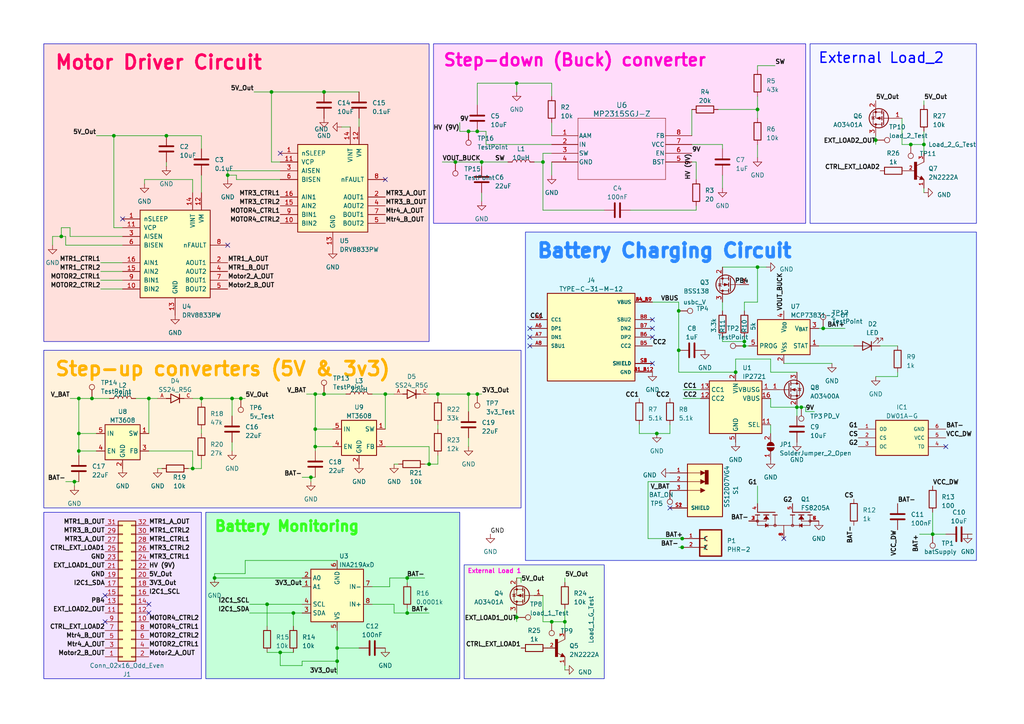
<source format=kicad_sch>
(kicad_sch (version 20250114) (generator "eeschema") (generator_version "9.0")
  (paper "A4")
  (title_block (title "MM Power Subsystem") (date "2025-03-28") (rev "v1.0.0") (company "University of Cape Town") (comment 1 "Mpumelelo Mpanza") (comment 2 "Reaoleboga Mosime"))
  (lib_symbols
    (symbol "2025-03-27_09-51-20:MP2315SGJ-Z" (pin_names (offset 0.254))
      (property "Reference" "U" (at 20.32 10.16 0))
      (property "Value" "MP2315SGJ-Z" (at 20.32 7.62 0))
      (symbol "MP2315SGJ-Z_0_1"
        (pin unspecified line (at 0 0 0) (length 7.62) (name "AAM") (number "1"))
        (pin power_in line (at 0 -2.54 0) (length 7.62) (name "IN") (number "2"))
        (pin output line (at 0 -5.08 0) (length 7.62) (name "SW") (number "3"))
        (pin power_in line (at 0 -7.62 0) (length 7.62) (name "GND") (number "4"))
        (pin unspecified line (at 40.64 0 180) (length 7.62) (name "FB") (number "8"))
        (pin power_in line (at 40.64 -2.54 180) (length 7.62) (name "VCC") (number "7"))
        (pin unspecified line (at 40.64 -5.08 180) (length 7.62) (name "EN") (number "6"))
        (pin power_in line (at 40.64 -7.62 180) (length 7.62) (name "BST") (number "5"))
      )
    )
    (symbol "2N2222A:2N2222A" (pin_names (offset 1.016))
      (property "Reference" "Q" (at -10.16 7.62 0))
      (property "Value" "2N2222A" (at -10.16 -7.62 0))
      (symbol "2N2222A_0_0"
        (pin passive line (at -2.54 0 0) (length 2.54) (name "~") (number "2"))
        (pin passive line (at 2.54 5.08 270) (length 2.54) (name "~") (number "3"))
        (pin passive line (at 2.54 -5.08 90) (length 2.54) (name "~") (number "1"))
      )
    )
    (symbol "Battery_Management:MCP73831-2-OT"
      (property "Reference" "U" (at -7.62 6.35 0))
      (property "Value" "MCP73831-2-OT" (at 1.27 6.35 0))
      (symbol "MCP73831-2-OT_1_1"
        (pin input line (at -10.16 -2.54 0) (length 2.54) (name "PROG") (number "5"))
        (pin power_in line (at 0 7.62 270) (length 2.54) (name "V_{DD}") (number "4"))
        (pin power_in line (at 0 -7.62 90) (length 2.54) (name "V_{SS}") (number "2"))
        (pin power_out line (at 10.16 2.54 180) (length 2.54) (name "V_{BAT}") (number "3"))
        (pin output line (at 10.16 -2.54 180) (length 2.54) (name "STAT") (number "1"))
      )
    )
    (symbol "Connector:TestPoint" (pin_numbers (hide yes)) (pin_names (offset 0.762) (hide yes))
      (property "Reference" "TP" (at 0 6.858 0))
      (property "Value" "TestPoint" (at 0 5.08 0))
      (symbol "TestPoint_1_1"
        (pin passive line (at 0 0 90) (length 2.54) (name "1") (number "1"))
      )
    )
    (symbol "Connector_Generic:Conn_02x16_Odd_Even" (pin_names (offset 1.016) (hide yes))
      (property "Reference" "J" (at 1.27 20.32 0))
      (property "Value" "Conn_02x16_Odd_Even" (at 1.27 -22.86 0))
      (symbol "Conn_02x16_Odd_Even_1_1"
        (pin passive line (at -5.08 17.78 0) (length 3.81) (name "Pin_1") (number "1"))
        (pin passive line (at -5.08 15.24 0) (length 3.81) (name "Pin_3") (number "3"))
        (pin passive line (at -5.08 12.7 0) (length 3.81) (name "Pin_5") (number "5"))
        (pin passive line (at -5.08 10.16 0) (length 3.81) (name "Pin_7") (number "7"))
        (pin passive line (at -5.08 7.62 0) (length 3.81) (name "Pin_9") (number "9"))
        (pin passive line (at -5.08 5.08 0) (length 3.81) (name "Pin_11") (number "11"))
        (pin passive line (at -5.08 2.54 0) (length 3.81) (name "Pin_13") (number "13"))
        (pin passive line (at -5.08 0 0) (length 3.81) (name "Pin_15") (number "15"))
        (pin passive line (at -5.08 -2.54 0) (length 3.81) (name "Pin_17") (number "17"))
        (pin passive line (at -5.08 -5.08 0) (length 3.81) (name "Pin_19") (number "19"))
        (pin passive line (at -5.08 -7.62 0) (length 3.81) (name "Pin_21") (number "21"))
        (pin passive line (at -5.08 -10.16 0) (length 3.81) (name "Pin_23") (number "23"))
        (pin passive line (at -5.08 -12.7 0) (length 3.81) (name "Pin_25") (number "25"))
        (pin passive line (at -5.08 -15.24 0) (length 3.81) (name "Pin_27") (number "27"))
        (pin passive line (at -5.08 -17.78 0) (length 3.81) (name "Pin_29") (number "29"))
        (pin passive line (at -5.08 -20.32 0) (length 3.81) (name "Pin_31") (number "31"))
        (pin passive line (at 7.62 17.78 180) (length 3.81) (name "Pin_2") (number "2"))
        (pin passive line (at 7.62 15.24 180) (length 3.81) (name "Pin_4") (number "4"))
        (pin passive line (at 7.62 12.7 180) (length 3.81) (name "Pin_6") (number "6"))
        (pin passive line (at 7.62 10.16 180) (length 3.81) (name "Pin_8") (number "8"))
        (pin passive line (at 7.62 7.62 180) (length 3.81) (name "Pin_10") (number "10"))
        (pin passive line (at 7.62 5.08 180) (length 3.81) (name "Pin_12") (number "12"))
        (pin passive line (at 7.62 2.54 180) (length 3.81) (name "Pin_14") (number "14"))
        (pin passive line (at 7.62 0 180) (length 3.81) (name "Pin_16") (number "16"))
        (pin passive line (at 7.62 -2.54 180) (length 3.81) (name "Pin_18") (number "18"))
        (pin passive line (at 7.62 -5.08 180) (length 3.81) (name "Pin_20") (number "20"))
        (pin passive line (at 7.62 -7.62 180) (length 3.81) (name "Pin_22") (number "22"))
        (pin passive line (at 7.62 -10.16 180) (length 3.81) (name "Pin_24") (number "24"))
        (pin passive line (at 7.62 -12.7 180) (length 3.81) (name "Pin_26") (number "26"))
        (pin passive line (at 7.62 -15.24 180) (length 3.81) (name "Pin_28") (number "28"))
        (pin passive line (at 7.62 -17.78 180) (length 3.81) (name "Pin_30") (number "30"))
        (pin passive line (at 7.62 -20.32 180) (length 3.81) (name "Pin_32") (number "32"))
      )
    )
    (symbol "DW01A-G:DW01A-G" (pin_names (offset 1.016))
      (property "Reference" "IC" (at 21.59 7.62 0))
      (property "Value" "DW01A-G" (at 21.59 5.08 0))
      (symbol "DW01A-G_0_0"
        (pin bidirectional line (at 0 0 0) (length 5.08) (name "OD") (number "1"))
        (pin bidirectional line (at 0 -2.54 0) (length 5.08) (name "CS") (number "2"))
        (pin bidirectional line (at 0 -5.08 0) (length 5.08) (name "OC") (number "3"))
        (pin bidirectional line (at 25.4 0 180) (length 5.08) (name "GND") (number "6"))
        (pin bidirectional line (at 25.4 -2.54 180) (length 5.08) (name "VCC") (number "5"))
        (pin bidirectional line (at 25.4 -5.08 180) (length 5.08) (name "TD") (number "4"))
      )
    )
    (symbol "Device:C" (pin_numbers (hide yes)) (pin_names (offset 0.254))
      (property "Reference" "C" (at 0.635 2.54 0))
      (property "Value" "C" (at 0.635 -2.54 0))
      (symbol "C_1_1"
        (pin passive line (at 0 3.81 270) (length 2.794) (name "~") (number "1"))
        (pin passive line (at 0 -3.81 90) (length 2.794) (name "~") (number "2"))
      )
    )
    (symbol "Device:L" (pin_numbers (hide yes)) (pin_names (offset 1.016) (hide yes))
      (property "Reference" "L" (at -1.27 0 90))
      (property "Value" "L" (at 1.905 0 90))
      (symbol "L_1_1"
        (pin passive line (at 0 3.81 270) (length 1.27) (name "1") (number "1"))
        (pin passive line (at 0 -3.81 90) (length 1.27) (name "2") (number "2"))
      )
    )
    (symbol "Device:LED" (pin_numbers (hide yes)) (pin_names (offset 1.016) (hide yes))
      (property "Reference" "D" (at 0 2.54 0))
      (property "Value" "LED" (at 0 -2.54 0))
      (symbol "LED_1_1"
        (pin passive line (at -3.81 0 0) (length 2.54) (name "K") (number "1"))
        (pin passive line (at 3.81 0 180) (length 2.54) (name "A") (number "2"))
      )
    )
    (symbol "Device:R" (pin_numbers (hide yes)) (pin_names (offset 0))
      (property "Reference" "R" (at 2.032 0 90))
      (property "Value" "R" (at 0 0 90))
      (symbol "R_1_1"
        (pin passive line (at 0 3.81 270) (length 1.27) (name "~") (number "1"))
        (pin passive line (at 0 -3.81 90) (length 1.27) (name "~") (number "2"))
      )
    )
    (symbol "Driver_Motor:DRV8833PW" (pin_names (offset 1.016))
      (property "Reference" "U" (at -3.81 16.51 0))
      (property "Value" "DRV8833PW" (at -3.81 13.97 0))
      (symbol "DRV8833PW_1_1"
        (pin input line (at -15.24 10.16 0) (length 5.08) (name "nSLEEP") (number "1"))
        (pin bidirectional line (at -15.24 7.62 0) (length 5.08) (name "VCP") (number "11"))
        (pin bidirectional line (at -15.24 5.08 0) (length 5.08) (name "AISEN") (number "3"))
        (pin bidirectional line (at -15.24 2.54 0) (length 5.08) (name "BISEN") (number "6"))
        (pin input line (at -15.24 -2.54 0) (length 5.08) (name "AIN1") (number "16"))
        (pin input line (at -15.24 -5.08 0) (length 5.08) (name "AIN2") (number "15"))
        (pin input line (at -15.24 -7.62 0) (length 5.08) (name "BIN1") (number "9"))
        (pin input line (at -15.24 -10.16 0) (length 5.08) (name "BIN2") (number "10"))
        (pin power_in line (at 0 -17.78 90) (length 5.08) (name "GND") (number "13"))
        (pin power_in line (at 5.08 17.78 270) (length 5.08) (name "VINT") (number "14"))
        (pin power_in line (at 7.62 17.78 270) (length 5.08) (name "VM") (number "12"))
        (pin open_collector line (at 15.24 2.54 180) (length 5.08) (name "nFAULT") (number "8"))
        (pin power_out line (at 15.24 -2.54 180) (length 5.08) (name "AOUT1") (number "2"))
        (pin power_out line (at 15.24 -5.08 180) (length 5.08) (name "AOUT2") (number "4"))
        (pin power_out line (at 15.24 -7.62 180) (length 5.08) (name "BOUT1") (number "7"))
        (pin power_out line (at 15.24 -10.16 180) (length 5.08) (name "BOUT2") (number "5"))
      )
    )
    (symbol "FS8205A:FS8205A" (pin_names (offset 1.016))
      (property "Reference" "Q" (at -11.43 7.62 0))
      (property "Value" "FS8205A" (at -11.43 -12.7 0))
      (symbol "FS8205A_0_0"
        (pin passive line (at -5.08 2.54 0) (length 2.54) (name "~") (number "5"))
        (pin passive line (at -5.08 -7.62 0) (length 2.54) (name "~") (number "4"))
        (pin passive line (at 0 10.16 270) (length 2.54) (name "~") (number "6"))
        (pin passive line (at 0 10.16 270) (length 2.54) (name "~") (number "7"))
        (pin passive line (at 0 -10.16 90) (length 2.54) (name "~") (number "2"))
        (pin passive line (at 0 -10.16 90) (length 2.54) (name "~") (number "3"))
        (pin passive line (at 5.08 0 180) (length 2.54) (name "~") (number "1"))
        (pin passive line (at 5.08 0 180) (length 2.54) (name "~") (number "8"))
      )
    )
    (symbol "GND_1" (power) (pin_numbers (hide yes)) (pin_names (offset 0) (hide yes))
      (property "Value" "GND" (at 0 -3.81 0))
      (symbol "GND_1_1_1"
        (pin power_in line (at 0 0 270) (length 0) (name "~") (number "1"))
      )
    )
    (symbol "GND_2" (power) (pin_numbers (hide yes)) (pin_names (offset 0) (hide yes))
      (property "Value" "GND" (at 0 -3.81 0))
      (symbol "GND_2_1_1"
        (pin power_in line (at 0 0 270) (length 0) (name "~") (number "1"))
      )
    )
    (symbol "GND_3" (power) (pin_numbers (hide yes)) (pin_names (offset 0) (hide yes))
      (property "Value" "GND" (at 0 -3.81 0))
      (symbol "GND_3_1_1"
        (pin power_in line (at 0 0 270) (length 0) (name "~") (number "1"))
      )
    )
    (symbol "Interface_USB:IP2721"
      (property "Reference" "U" (at 5.08 -10.16 0))
      (property "Value" "IP2721" (at 7.62 -12.7 0))
      (symbol "IP2721_1_1"
        (pin bidirectional line (at -10.16 5.08 0) (length 2.54) (name "CC1") (number "13"))
        (pin bidirectional line (at -10.16 2.54 0) (length 2.54) (name "CC2") (number "12"))
        (pin no_connect line (at -7.62 -2.54 0) (length 2.54) (hide yes) (name "NC") (number "4"))
        (pin no_connect line (at -5.08 7.62 270) (length 2.54) (hide yes) (name "NC") (number "3"))
        (pin no_connect line (at -5.08 -7.62 90) (length 2.54) (hide yes) (name "NC") (number "9"))
        (pin no_connect line (at -2.54 7.62 270) (length 2.54) (hide yes) (name "NC") (number "6"))
        (pin no_connect line (at -2.54 -7.62 90) (length 2.54) (hide yes) (name "NC") (number "10"))
        (pin power_in line (at 0 10.16 270) (length 2.54) (name "VIN") (number "2"))
        (pin power_in line (at 0 -10.16 90) (length 2.54) (name "GND") (number "5"))
        (pin no_connect line (at 2.54 7.62 90) (length 2.54) (hide yes) (name "NC") (number "7"))
        (pin no_connect line (at 2.54 -7.62 90) (length 2.54) (hide yes) (name "NC") (number "14"))
        (pin no_connect line (at 5.08 7.62 90) (length 2.54) (hide yes) (name "NC") (number "8"))
        (pin no_connect line (at 5.08 -7.62 90) (length 2.54) (hide yes) (name "NC") (number "15"))
        (pin output line (at 10.16 5.08 180) (length 2.54) (name "VBUSG") (number "1"))
        (pin input line (at 10.16 2.54 180) (length 2.54) (name "VBUS") (number "16"))
        (pin input line (at 10.16 -5.08 180) (length 2.54) (name "SEL") (number "11"))
      )
    )
    (symbol "Jumper:SolderJumper_2_Open" (pin_names (offset 0) (hide yes))
      (property "Reference" "JP" (at 0 2.032 0))
      (property "Value" "SolderJumper_2_Open" (at 0 -2.54 0))
      (symbol "SolderJumper_2_Open_1_1"
        (pin passive line (at -3.81 0 0) (length 2.54) (name "A") (number "1"))
        (pin passive line (at 3.81 0 180) (length 2.54) (name "B") (number "2"))
      )
    )
    (symbol "PHR-2:PHR-2" (pin_names (offset 1.016))
      (property "Reference" "P" (at -4.068 4.4494 0))
      (property "Value" "PHR-2" (at -4.0694 -5.0867 0))
      (symbol "PHR-2_0_0"
        (pin passive line (at -9.144 1.27 0) (length 5.08) (name "1") (number "1"))
        (pin passive line (at -9.144 -1.27 0) (length 5.08) (name "2") (number "2"))
      )
    )
    (symbol "Regulator_Switching:MT3608"
      (property "Reference" "U" (at -2.54 8.89 0))
      (property "Value" "MT3608" (at -3.81 6.35 0))
      (symbol "MT3608_1_1"
        (pin power_in line (at -7.62 2.54 0) (length 2.54) (name "IN") (number "5"))
        (pin input line (at -7.62 -2.54 0) (length 2.54) (name "EN") (number "4"))
        (pin power_in line (at 0 -7.62 90) (length 2.54) (name "GND") (number "2"))
        (pin no_connect line (at 5.08 0 180) (length 2.54) (hide yes) (name "NC") (number "6"))
        (pin passive line (at 7.62 2.54 180) (length 2.54) (name "SW") (number "1"))
        (pin input line (at 7.62 -2.54 180) (length 2.54) (name "FB") (number "3"))
      )
    )
    (symbol "SS12D07VG4:SS12D07VG4" (pin_names (offset 1.016))
      (property "Reference" "S" (at -5.08 8.89 0))
      (property "Value" "SS12D07VG4" (at -5.08 -8.89 0))
      (symbol "SS12D07VG4_0_0"
        (pin passive line (at -10.16 5.08 0) (length 5.08) (name "~") (number "1"))
        (pin passive line (at -10.16 2.54 0) (length 5.08) (name "~") (number "2"))
        (pin passive line (at -10.16 0 0) (length 5.08) (name "~") (number "3"))
        (pin passive line (at -10.16 -5.08 0) (length 5.08) (name "SHIELD") (number "S1"))
        (pin passive line (at -10.16 -5.08 0) (length 5.08) (name "SHIELD") (number "S2"))
      )
    )
    (symbol "SS24_R5G:SS24_R5G" (pin_names (offset 1.016))
      (property "Reference" "D" (at -5.08 2.54 0))
      (property "Value" "SS24_R5G" (at -5.08 -3.81 0))
      (symbol "SS24_R5G_0_0"
        (pin passive line (at -5.08 0 0) (length 2.54) (name "~") (number "A"))
        (pin passive line (at 5.08 0 180) (length 2.54) (name "~") (number "C"))
      )
    )
    (symbol "Sensor_Energy:INA219AxD"
      (property "Reference" "U" (at -6.35 8.89 0))
      (property "Value" "INA219AxD" (at 5.08 8.89 0))
      (symbol "INA219AxD_1_1"
        (pin input line (at -10.16 2.54 0) (length 2.54) (name "IN+") (number "8"))
        (pin input line (at -10.16 -2.54 0) (length 2.54) (name "IN-") (number "7"))
        (pin power_in line (at 0 10.16 270) (length 2.54) (name "VS") (number "5"))
        (pin power_in line (at 0 -10.16 90) (length 2.54) (name "GND") (number "6"))
        (pin bidirectional line (at 10.16 5.08 180) (length 2.54) (name "SDA") (number "3"))
        (pin input line (at 10.16 2.54 180) (length 2.54) (name "SCL") (number "4"))
        (pin input line (at 10.16 -2.54 180) (length 2.54) (name "A1") (number "1"))
        (pin input line (at 10.16 -5.08 180) (length 2.54) (name "A0") (number "2"))
      )
    )
    (symbol "TYPE-C-31-M-12:TYPE-C-31-M-12" (pin_names (offset 1.016))
      (property "Reference" "J" (at -12.7 13.462 0))
      (property "Value" "TYPE-C-31-M-12" (at -12.7 -13.462 0))
      (symbol "TYPE-C-31-M-12_0_0"
        (pin bidirectional line (at -17.78 5.08 0) (length 5.08) (name "CC1") (number "A5"))
        (pin bidirectional line (at -17.78 2.54 0) (length 5.08) (name "DP1") (number "A6"))
        (pin bidirectional line (at -17.78 0 0) (length 5.08) (name "DN1") (number "A7"))
        (pin bidirectional line (at -17.78 -2.54 0) (length 5.08) (name "SBU1") (number "A8"))
        (pin power_in line (at 17.78 10.16 180) (length 5.08) (name "VBUS") (number "A4_B9"))
        (pin power_in line (at 17.78 10.16 180) (length 5.08) (name "VBUS") (number "B4_A9"))
        (pin bidirectional line (at 17.78 5.08 180) (length 5.08) (name "SBU2") (number "B8"))
        (pin bidirectional line (at 17.78 2.54 180) (length 5.08) (name "DN2") (number "B7"))
        (pin bidirectional line (at 17.78 0 180) (length 5.08) (name "DP2") (number "B6"))
        (pin bidirectional line (at 17.78 -2.54 180) (length 5.08) (name "CC2") (number "B5"))
        (pin passive line (at 17.78 -7.62 180) (length 5.08) (name "SHIELD") (number "S1"))
        (pin passive line (at 17.78 -7.62 180) (length 5.08) (name "SHIELD") (number "S2"))
        (pin passive line (at 17.78 -7.62 180) (length 5.08) (name "SHIELD") (number "S3"))
        (pin passive line (at 17.78 -7.62 180) (length 5.08) (name "SHIELD") (number "S4"))
        (pin power_in line (at 17.78 -10.16 180) (length 5.08) (name "GND") (number "A1_B12"))
        (pin power_in line (at 17.78 -10.16 180) (length 5.08) (name "GND") (number "B1_A12"))
      )
    )
    (symbol "Transistor_FET:AO3400A" (pin_names (hide yes))
      (property "Reference" "Q" (at 5.08 1.905 0))
      (property "Value" "AO3400A" (at 5.08 0 0))
      (symbol "AO3400A_1_1"
        (pin input line (at -5.08 0 0) (length 2.54) (name "G") (number "1"))
        (pin passive line (at 2.54 5.08 270) (length 2.54) (name "D") (number "3"))
        (pin passive line (at 2.54 -5.08 90) (length 2.54) (name "S") (number "2"))
      )
    )
    (symbol "Transistor_FET:AO3401A" (pin_names (hide yes))
      (property "Reference" "Q" (at 5.08 1.905 0))
      (property "Value" "AO3401A" (at 5.08 0 0))
      (symbol "AO3401A_1_1"
        (pin input line (at -5.08 0 0) (length 2.54) (name "G") (number "1"))
        (pin passive line (at 2.54 5.08 270) (length 2.54) (name "D") (number "3"))
        (pin passive line (at 2.54 -5.08 90) (length 2.54) (name "S") (number "2"))
      )
    )
    (symbol "Transistor_FET:BSS138" (pin_names (hide yes))
      (property "Reference" "Q" (at 5.08 1.905 0))
      (property "Value" "BSS138" (at 5.08 0 0))
      (symbol "BSS138_1_1"
        (pin input line (at -5.08 0 0) (length 2.54) (name "G") (number "1"))
        (pin passive line (at 2.54 5.08 270) (length 2.54) (name "D") (number "3"))
        (pin passive line (at 2.54 -5.08 90) (length 2.54) (name "S") (number "2"))
      )
    )
    (symbol "power:GND" (power) (pin_names (offset 0))
      (property "Value" "GND" (at 0 -3.81 0))
      (symbol "GND_1_1"
        (pin power_in line (at 0 0 270) (length 0) (hide yes) (name "GND") (number "1"))
      )
    )
  )
  (text_box "Battery Monitoring" (at 59.69 148.59 0) (size 73.66 48.26) (margins 2.25 2.25 2.25 2.25) (fill (type color) (color 13 255 99 0.24)) (effects (font (size 3 3) (thickness 1.2) (bold yes)) (justify left top)))
  (text_box "Step-down (Buck) converter" (at 125.73 12.7 0) (size 107.95 52.07) (margins 2.625 2.625 2.625 2.625) (fill (type color) (color 255 0 219 0.14)) (effects (font (size 3.5 3.5) (bold yes)) (justify left top)))
  (text_box "" (at 12.7 148.59 0) (size 45.72 48.26) (margins 0.9525 0.9525 0.9525 0.9525) (fill (type color) (color 158 50 255 0.14)) (effects (font (size 1.27 1.27)) (justify left top)))
  (text_box "External Load_2" (at 234.95 12.7 0) (size 48.26 52.07) (margins 2.25 2.25 2.25 2.25) (fill (type color) (color 180 192 255 0.14)) (effects (font (size 3 3) (thickness 0.4) (bold yes)) (justify left top)))
  (text_box "Step-up converters (5V & 3v3)" (at 12.7 101.6 0) (size 138.43 45.72) (margins 3 3 3 3) (fill (type color) (color 255 162 0 0.14)) (effects (font (size 4 4) (bold yes)) (justify left top)))
  (text_box "External Load 1" (at 134.62 163.83 0) (size 40.64 33.02) (margins 0.9525 0.9525 0.9525 0.9525) (fill (type color) (color 84 255 57 0.14)) (effects (font (size 1.27 1.27) (bold yes)) (justify left top)))
  (text_box "Motor Driver Circuit" (at 12.7 12.7 0) (size 111.76 86.36) (margins 3 3 3 3) (fill (type color) (color 255 32 0 0.14)) (effects (font (size 4 4) (bold yes)) (justify left top)))
  (text_box "Battery Charging Circuit" (at 152.4 67.31 0) (size 130.81 95.25) (margins 3 3 3 3) (fill (type color) (color 0 195 255 0.14)) (effects (font (size 4 4) (thickness 1.2) (bold yes)) (justify left top)))
  (junction (at 149.86 179.07))
  (junction (at 219.71 77.47))
  (junction (at 197.866 158.75))
  (junction (at 81.28 189.23))
  (junction (at 160.02 180.34))
  (junction (at 139.7 46.99))
  (junction (at 215.9 99.06))
  (junction (at 22.86 130.81))
  (junction (at 135.89 38.1))
  (junction (at 85.09 177.8))
  (junction (at 91.44 114.3))
  (junction (at 157.48 46.99))
  (junction (at 219.71 31.75))
  (junction (at 22.86 115.57))
  (junction (at 93.98 26.67))
  (junction (at 190.5 125.73))
  (junction (at 97.79 187.96))
  (junction (at 48.26 39.37))
  (junction (at 43.18 115.57))
  (junction (at 264.16 41.91))
  (junction (at 21.59 139.7))
  (junction (at 26.67 115.57))
  (junction (at 135.89 114.3))
  (junction (at 138.43 114.3))
  (junction (at 66.04 50.8))
  (junction (at 254 40.64))
  (junction (at 62.23 167.64))
  (junction (at 213.36 107.95))
  (junction (at 238.76 95.25))
  (junction (at 22.86 125.73))
  (junction (at 270.51 154.94))
  (junction (at 90.17 138.43))
  (junction (at 55.88 135.89))
  (junction (at 149.86 24.13))
  (junction (at 124.46 134.62))
  (junction (at 77.47 175.26))
  (junction (at 93.98 114.3))
  (junction (at 132.08 46.99))
  (junction (at 231.14 118.11))
  (junction (at 127 114.3))
  (junction (at 196.85 90.17))
  (junction (at 111.76 114.3))
  (junction (at 118.11 177.8))
  (junction (at 118.11 167.64))
  (junction (at 78.74 26.67))
  (junction (at 267.97 41.91))
  (junction (at 232.41 118.11))
  (junction (at 58.42 115.57))
  (junction (at 97.79 191.77))
  (junction (at 69.85 115.57))
  (junction (at 215.9 100.33))
  (junction (at 163.83 180.34))
  (junction (at 33.02 39.37))
  (junction (at 91.44 129.54))
  (junction (at 91.44 124.46))
  (junction (at 196.85 101.6))
  (junction (at 17.78 68.58))
  (junction (at 138.43 38.1))
  (junction (at 67.31 115.57))
  (junction (at 197.866 156.21))
  (no_connect (at 30.48 180.34))
  (no_connect (at 43.18 175.26))
  (no_connect (at 189.23 105.41))
  (no_connect (at 189.23 97.79))
  (no_connect (at 189.23 92.71))
  (no_connect (at 274.32 129.54))
  (no_connect (at 153.67 95.25))
  (no_connect (at 227.33 156.21))
  (no_connect (at 153.67 100.33))
  (no_connect (at 189.23 95.25))
  (no_connect (at 194.31 147.32))
  (no_connect (at 153.67 97.79))
  (no_connect (at 66.04 71.12))
  (no_connect (at 111.76 52.07))
  (no_connect (at 30.48 172.72))
  (no_connect (at 43.18 177.8))
  (no_connect (at 81.28 44.45))
  (no_connect (at 35.56 63.5))
  (wire (pts (xy 139.7 46.99) (xy 147.32 46.99)))
  (wire (pts (xy 138.43 30.48) (xy 138.43 24.13)))
  (wire (pts (xy 58.42 115.57) (xy 58.42 116.84)))
  (wire (pts (xy 160.02 41.91) (xy 140.97 41.91)))
  (wire (pts (xy 128.27 46.99) (xy 132.08 46.99)))
  (wire (pts (xy 99.06 36.83) (xy 101.6 36.83)))
  (wire (pts (xy 124.46 114.3) (xy 127 114.3)))
  (wire (pts (xy 81.28 189.23) (xy 81.28 193.04)))
  (wire (pts (xy 196.85 87.63) (xy 196.85 90.17)))
  (wire (pts (xy 160.02 27.94) (xy 160.02 24.13)))
  (wire (pts (xy 196.85 107.95) (xy 213.36 107.95)))
  (wire (pts (xy 29.21 78.74) (xy 35.56 78.74)))
  (wire (pts (xy 97.79 162.56) (xy 71.12 162.56)))
  (wire (pts (xy 185.42 123.19) (xy 185.42 125.73)))
  (wire (pts (xy 197.866 158.75) (xy 198.12 158.75)))
  (wire (pts (xy 241.3 105.41) (xy 227.33 105.41)))
  (wire (pts (xy 67.31 115.57) (xy 69.85 115.57)))
  (wire (pts (xy 22.86 115.57) (xy 22.86 125.73)))
  (wire (pts (xy 209.55 41.91) (xy 209.55 43.18)))
  (wire (pts (xy 21.59 140.97) (xy 21.59 139.7)))
  (wire (pts (xy 85.09 177.8) (xy 85.09 181.61)))
  (wire (pts (xy 33.02 39.37) (xy 27.94 39.37)))
  (wire (pts (xy 54.61 135.89) (xy 55.88 135.89)))
  (wire (pts (xy 198.12 113.03) (xy 203.2 113.03)))
  (wire (pts (xy 90.17 139.7) (xy 90.17 138.43)))
  (wire (pts (xy 85.09 177.8) (xy 87.63 177.8)))
  (wire (pts (xy 270.51 154.94) (xy 274.32 154.94)))
  (wire (pts (xy 62.23 166.37) (xy 71.12 166.37)))
  (wire (pts (xy 113.03 167.64) (xy 118.11 167.64)))
  (wire (pts (xy 196.85 158.75) (xy 197.866 158.75)))
  (wire (pts (xy 29.21 83.82) (xy 35.56 83.82)))
  (wire (pts (xy 58.42 133.35) (xy 58.42 135.89)))
  (wire (pts (xy 62.23 166.37) (xy 62.23 167.64)))
  (wire (pts (xy 45.72 135.89) (xy 46.99 135.89)))
  (wire (pts (xy 196.85 90.17) (xy 196.85 101.6)))
  (wire (pts (xy 55.88 55.88) (xy 55.88 52.07)))
  (wire (pts (xy 90.17 138.43) (xy 91.44 138.43)))
  (wire (pts (xy 133.35 38.1) (xy 135.89 38.1)))
  (wire (pts (xy 20.32 66.04) (xy 17.78 66.04)))
  (wire (pts (xy 127 114.3) (xy 135.89 114.3)))
  (wire (pts (xy 157.48 46.99) (xy 157.48 44.45)))
  (wire (pts (xy 219.71 77.47) (xy 209.55 77.47)))
  (wire (pts (xy 135.89 127) (xy 135.89 129.54)))
  (wire (pts (xy 149.86 180.34) (xy 149.86 179.07)))
  (wire (pts (xy 232.41 118.11) (xy 233.68 118.11)))
  (wire (pts (xy 111.76 114.3) (xy 111.76 124.46)))
  (wire (pts (xy 138.43 24.13) (xy 149.86 24.13)))
  (wire (pts (xy 266.7 154.94) (xy 270.51 154.94)))
  (wire (pts (xy 215.9 99.06) (xy 215.9 100.33)))
  (wire (pts (xy 154.94 46.99) (xy 157.48 46.99)))
  (wire (pts (xy 81.28 193.04) (xy 87.63 193.04)))
  (wire (pts (xy 21.59 139.7) (xy 22.86 139.7)))
  (wire (pts (xy 160.02 180.34) (xy 163.83 180.34)))
  (wire (pts (xy 238.76 95.25) (xy 245.11 95.25)))
  (wire (pts (xy 22.86 125.73) (xy 27.94 125.73)))
  (wire (pts (xy 58.42 43.18) (xy 58.42 39.37)))
  (wire (pts (xy 267.97 38.1) (xy 267.97 41.91)))
  (wire (pts (xy 135.89 114.3) (xy 135.89 119.38)))
  (wire (pts (xy 22.86 130.81) (xy 22.86 132.08)))
  (wire (pts (xy 209.55 99.06) (xy 215.9 99.06)))
  (wire (pts (xy 58.42 39.37) (xy 48.26 39.37)))
  (wire (pts (xy 77.47 175.26) (xy 87.63 175.26)))
  (wire (pts (xy 114.3 177.8) (xy 114.3 175.26)))
  (wire (pts (xy 139.7 46.99) (xy 139.7 48.26)))
  (wire (pts (xy 160.02 46.99) (xy 160.02 50.8)))
  (wire (pts (xy 20.32 115.57) (xy 22.86 115.57)))
  (wire (pts (xy 127 114.3) (xy 127 115.57)))
  (wire (pts (xy 281.94 154.94) (xy 280.67 154.94)))
  (wire (pts (xy 123.19 134.62) (xy 124.46 134.62)))
  (wire (pts (xy 118.11 167.64) (xy 123.19 167.64)))
  (wire (pts (xy 175.26 60.96) (xy 157.48 60.96)))
  (wire (pts (xy 201.93 60.96) (xy 182.88 60.96)))
  (wire (pts (xy 15.24 68.58) (xy 15.24 71.12)))
  (wire (pts (xy 267.97 41.91) (xy 267.97 44.45)))
  (wire (pts (xy 58.42 50.8) (xy 58.42 55.88)))
  (wire (pts (xy 48.26 48.26) (xy 48.26 46.99)))
  (wire (pts (xy 231.14 118.11) (xy 231.14 120.65)))
  (wire (pts (xy 219.71 140.97) (xy 219.71 146.05)))
  (wire (pts (xy 187.96 156.21) (xy 187.96 139.7)))
  (wire (pts (xy 190.5 125.73) (xy 194.31 125.73)))
  (wire (pts (xy 58.42 115.57) (xy 67.31 115.57)))
  (wire (pts (xy 43.18 115.57) (xy 45.72 115.57)))
  (wire (pts (xy 189.23 87.63) (xy 196.85 87.63)))
  (wire (pts (xy 91.44 129.54) (xy 96.52 129.54)))
  (wire (pts (xy 233.68 118.11) (xy 233.68 119.38)))
  (wire (pts (xy 149.86 26.67) (xy 149.86 24.13)))
  (wire (pts (xy 201.93 59.69) (xy 201.93 60.96)))
  (wire (pts (xy 223.52 107.95) (xy 223.52 104.14)))
  (wire (pts (xy 15.24 68.58) (xy 17.78 68.58)))
  (wire (pts (xy 233.68 119.38) (xy 236.22 119.38)))
  (wire (pts (xy 41.91 52.07) (xy 41.91 53.34)))
  (wire (pts (xy 222.25 77.47) (xy 219.71 77.47)))
  (wire (pts (xy 267.97 29.21) (xy 267.97 30.48)))
  (wire (pts (xy 88.9 114.3) (xy 91.44 114.3)))
  (wire (pts (xy 135.89 38.1) (xy 138.43 38.1)))
  (wire (pts (xy 114.3 177.8) (xy 118.11 177.8)))
  (wire (pts (xy 209.55 50.8) (xy 209.55 54.61)))
  (wire (pts (xy 69.85 115.57) (xy 71.12 115.57)))
  (wire (pts (xy 124.46 134.62) (xy 127 134.62)))
  (wire (pts (xy 29.21 76.2) (xy 35.56 76.2)))
  (wire (pts (xy 35.56 68.58) (xy 20.32 68.58)))
  (wire (pts (xy 254 41.91) (xy 254 40.64)))
  (wire (pts (xy 135.89 114.3) (xy 138.43 114.3)))
  (wire (pts (xy 157.48 180.34) (xy 160.02 180.34)))
  (wire (pts (xy 20.32 68.58) (xy 20.32 66.04)))
  (wire (pts (xy 19.05 139.7) (xy 21.59 139.7)))
  (wire (pts (xy 113.03 170.18) (xy 107.95 170.18)))
  (wire (pts (xy 208.28 31.75) (xy 219.71 31.75)))
  (wire (pts (xy 224.79 19.05) (xy 219.71 19.05)))
  (wire (pts (xy 213.36 104.14) (xy 213.36 107.95)))
  (wire (pts (xy 133.35 35.56) (xy 133.35 38.1)))
  (wire (pts (xy 87.63 138.43) (xy 90.17 138.43)))
  (wire (pts (xy 114.3 175.26) (xy 107.95 175.26)))
  (wire (pts (xy 140.97 41.91) (xy 140.97 38.1)))
  (wire (pts (xy 97.79 182.88) (xy 97.79 187.96)))
  (wire (pts (xy 267.97 55.88) (xy 267.97 54.61)))
  (wire (pts (xy 132.08 46.99) (xy 139.7 46.99)))
  (wire (pts (xy 104.14 26.67) (xy 93.98 26.67)))
  (wire (pts (xy 72.39 175.26) (xy 77.47 175.26)))
  (wire (pts (xy 198.12 115.57) (xy 203.2 115.57)))
  (wire (pts (xy 149.86 179.07) (xy 149.86 177.8)))
  (wire (pts (xy 197.866 156.21) (xy 187.96 156.21)))
  (wire (pts (xy 68.58 52.07) (xy 68.58 50.8)))
  (wire (pts (xy 196.85 101.6) (xy 196.85 107.95)))
  (wire (pts (xy 26.67 115.57) (xy 22.86 115.57)))
  (wire (pts (xy 91.44 124.46) (xy 96.52 124.46)))
  (wire (pts (xy 81.28 46.99) (xy 78.74 46.99)))
  (wire (pts (xy 163.83 194.31) (xy 163.83 193.04)))
  (wire (pts (xy 77.47 189.23) (xy 81.28 189.23)))
  (wire (pts (xy 118.11 177.8) (xy 124.46 177.8)))
  (wire (pts (xy 100.33 114.3) (xy 93.98 114.3)))
  (wire (pts (xy 81.28 189.23) (xy 85.09 189.23)))
  (wire (pts (xy 111.76 114.3) (xy 114.3 114.3)))
  (wire (pts (xy 66.04 50.8) (xy 66.04 52.07)))
  (wire (pts (xy 67.31 128.27) (xy 67.31 130.81)))
  (wire (pts (xy 187.96 139.7) (xy 194.31 139.7)))
  (wire (pts (xy 72.39 177.8) (xy 85.09 177.8)))
  (wire (pts (xy 219.71 19.05) (xy 219.71 20.32)))
  (wire (pts (xy 66.04 49.53) (xy 66.04 50.8)))
  (wire (pts (xy 163.83 180.34) (xy 163.83 182.88)))
  (wire (pts (xy 78.74 26.67) (xy 93.98 26.67)))
  (wire (pts (xy 43.18 130.81) (xy 55.88 130.81)))
  (wire (pts (xy 19.05 71.12) (xy 19.05 68.58)))
  (wire (pts (xy 198.12 156.21) (xy 197.866 156.21)))
  (wire (pts (xy 17.78 66.04) (xy 17.78 68.58)))
  (wire (pts (xy 58.42 124.46) (xy 58.42 125.73)))
  (wire (pts (xy 237.49 100.33) (xy 247.65 100.33)))
  (wire (pts (xy 35.56 66.04) (xy 33.02 66.04)))
  (wire (pts (xy 29.21 81.28) (xy 35.56 81.28)))
  (wire (pts (xy 19.05 68.58) (xy 17.78 68.58)))
  (wire (pts (xy 22.86 125.73) (xy 22.86 130.81)))
  (wire (pts (xy 219.71 31.75) (xy 219.71 34.29)))
  (wire (pts (xy 55.88 115.57) (xy 58.42 115.57)))
  (wire (pts (xy 261.62 34.29) (xy 261.62 41.91)))
  (wire (pts (xy 55.88 52.07) (xy 41.91 52.07)))
  (wire (pts (xy 77.47 175.26) (xy 77.47 181.61)))
  (wire (pts (xy 215.9 97.79) (xy 215.9 99.06)))
  (wire (pts (xy 55.88 130.81) (xy 55.88 135.89)))
  (wire (pts (xy 255.27 100.33) (xy 260.35 100.33)))
  (wire (pts (xy 160.02 35.56) (xy 160.02 39.37)))
  (wire (pts (xy 231.14 107.95) (xy 223.52 107.95)))
  (wire (pts (xy 201.93 46.99) (xy 201.93 52.07)))
  (wire (pts (xy 261.62 41.91) (xy 264.16 41.91)))
  (wire (pts (xy 219.71 41.91) (xy 219.71 45.72)))
  (wire (pts (xy 151.13 168.91) (xy 151.13 167.64)))
  (wire (pts (xy 200.66 31.75) (xy 200.66 39.37)))
  (wire (pts (xy 215.9 87.63) (xy 219.71 87.63)))
  (wire (pts (xy 107.95 114.3) (xy 111.76 114.3)))
  (wire (pts (xy 91.44 124.46) (xy 91.44 129.54)))
  (wire (pts (xy 111.76 129.54) (xy 124.46 129.54)))
  (wire (pts (xy 237.49 95.25) (xy 238.76 95.25)))
  (wire (pts (xy 55.88 135.89) (xy 58.42 135.89)))
  (wire (pts (xy 163.83 167.64) (xy 163.83 168.91)))
  (wire (pts (xy 223.52 115.57) (xy 223.52 118.11)))
  (wire (pts (xy 200.66 41.91) (xy 209.55 41.91)))
  (wire (pts (xy 33.02 39.37) (xy 48.26 39.37)))
  (wire (pts (xy 67.31 115.57) (xy 67.31 120.65)))
  (wire (pts (xy 163.83 176.53) (xy 163.83 180.34)))
  (wire (pts (xy 66.04 49.53) (xy 81.28 49.53)))
  (wire (pts (xy 31.75 115.57) (xy 26.67 115.57)))
  (wire (pts (xy 22.86 130.81) (xy 27.94 130.81)))
  (wire (pts (xy 138.43 114.3) (xy 139.7 114.3)))
  (wire (pts (xy 139.7 55.88) (xy 139.7 58.42)))
  (wire (pts (xy 157.48 44.45) (xy 160.02 44.45)))
  (wire (pts (xy 71.12 162.56) (xy 71.12 166.37)))
  (wire (pts (xy 91.44 114.3) (xy 91.44 124.46)))
  (wire (pts (xy 43.18 115.57) (xy 43.18 125.73)))
  (wire (pts (xy 93.98 114.3) (xy 91.44 114.3)))
  (wire (pts (xy 264.16 41.91) (xy 267.97 41.91)))
  (wire (pts (xy 87.63 193.04) (xy 87.63 191.77)))
  (wire (pts (xy 270.51 148.59) (xy 270.51 154.94)))
  (wire (pts (xy 87.63 191.77) (xy 97.79 191.77)))
  (wire (pts (xy 223.52 118.11) (xy 231.14 118.11)))
  (wire (pts (xy 78.74 26.67) (xy 78.74 46.99)))
  (wire (pts (xy 113.03 167.64) (xy 113.03 170.18)))
  (wire (pts (xy 200.66 46.99) (xy 201.93 46.99)))
  (wire (pts (xy 209.55 97.79) (xy 209.55 99.06)))
  (wire (pts (xy 118.11 176.53) (xy 118.11 177.8)))
  (wire (pts (xy 62.23 167.64) (xy 87.63 167.64)))
  (wire (pts (xy 97.79 191.77) (xy 97.79 195.58)))
  (wire (pts (xy 149.86 24.13) (xy 160.02 24.13)))
  (wire (pts (xy 254 40.64) (xy 254 39.37)))
  (wire (pts (xy 138.43 38.1) (xy 140.97 38.1)))
  (wire (pts (xy 215.9 90.17) (xy 215.9 87.63)))
  (wire (pts (xy 124.46 129.54) (xy 124.46 134.62)))
  (wire (pts (xy 81.28 52.07) (xy 68.58 52.07)))
  (wire (pts (xy 209.55 87.63) (xy 209.55 90.17)))
  (wire (pts (xy 97.79 187.96) (xy 104.14 187.96)))
  (wire (pts (xy 39.37 115.57) (xy 43.18 115.57)))
  (wire (pts (xy 223.52 104.14) (xy 213.36 104.14)))
  (wire (pts (xy 127 132.08) (xy 127 134.62)))
  (wire (pts (xy 127 123.19) (xy 127 124.46)))
  (wire (pts (xy 254 109.22) (xy 260.35 109.22)))
  (wire (pts (xy 104.14 34.29) (xy 104.14 36.83)))
  (wire (pts (xy 215.9 100.33) (xy 217.17 100.33)))
  (wire (pts (xy 97.79 187.96) (xy 97.79 191.77)))
  (wire (pts (xy 68.58 50.8) (xy 66.04 50.8)))
  (wire (pts (xy 114.3 134.62) (xy 115.57 134.62)))
  (wire (pts (xy 35.56 71.12) (xy 19.05 71.12)))
  (wire (pts (xy 33.02 39.37) (xy 33.02 66.04)))
  (wire (pts (xy 231.14 118.11) (xy 232.41 118.11)))
  (wire (pts (xy 194.31 123.19) (xy 194.31 125.73)))
  (wire (pts (xy 157.48 60.96) (xy 157.48 46.99)))
  (wire (pts (xy 185.42 125.73) (xy 190.5 125.73)))
  (wire (pts (xy 118.11 167.64) (xy 118.11 168.91)))
  (wire (pts (xy 260.35 109.22) (xy 260.35 107.95)))
  (wire (pts (xy 157.48 172.72) (xy 157.48 180.34)))
  (wire (pts (xy 151.13 167.64) (xy 149.86 167.64)))
  (wire (pts (xy 91.44 129.54) (xy 91.44 130.81)))
  (wire (pts (xy 219.71 87.63) (xy 219.71 77.47)))
  (wire (pts (xy 219.71 27.94) (xy 219.71 31.75)))
  (wire (pts (xy 223.52 123.19) (xy 223.52 125.73)))
  (wire (pts (xy 78.74 26.67) (xy 73.66 26.67)))
  (label "MTR3_CTRL2" (at 81.28 59.69 180) (effects (font (bold yes))))
  (label "Motor2_A_OUT" (at 43.18 190.5 0) (effects (font (bold yes))))
  (label "SW" (at 143.51 46.99 0) (effects (font (bold yes))))
  (label "MTR1_A_OUT" (at 66.04 76.2 0) (effects (font (bold yes))))
  (label "BAT-" (at 247.65 152.4 270) (effects (font (bold yes))))
  (label "BAT-" (at 217.17 151.13 180) (effects (font (bold yes))))
  (label "G1" (at 248.92 124.46 180) (effects (font (bold yes))))
  (label "MTR1_CTRL1" (at 29.21 76.2 180) (effects (font (bold yes))))
  (label "MTR1_CTRL1" (at 43.18 157.48 0) (effects (font (bold yes))))
  (label "I2C1_SCL" (at 72.39 175.26 180) (effects (font (bold yes))))
  (label "CTRL_EXT_LOAD1" (at 30.48 160.02 180) (effects (font (bold yes))))
  (label "BAT-" (at 19.05 139.7 180) (effects (font (bold yes))))
  (label "BAT-" (at 196.85 158.75 180) (effects (font (bold yes))))
  (label "V_BAT" (at 88.9 114.3 180) (effects (font (thickness 0.254) (bold yes))))
  (label "MOTOR2_CTRL1" (at 29.21 81.28 180) (effects (font (bold yes))))
  (label "BAT+" (at 245.11 95.25 180) (effects (font (bold yes))))
  (label "HV (9V)" (at 133.35 38.1 180) (effects (font (bold yes))))
  (label "3V3_Out" (at 97.79 195.58 180) (effects (font (bold yes))))
  (label "5V_Out" (at 71.12 115.57 0) (effects (font (thickness 0.254) (bold yes))))
  (label "HV (9V)" (at 43.18 165.1 0) (effects (font (bold yes))))
  (label "9V" (at 133.35 35.56 0) (effects (font (bold yes))))
  (label "MOTOR4_CTRL1" (at 81.28 62.23 180) (effects (font (bold yes))))
  (label "PB4" (at 217.17 82.55 180) (effects (font (bold yes))))
  (label "3V3_Out" (at 87.63 170.18 180) (effects (font (bold yes))))
  (label "EXT_LOAD2_OUT" (at 254 41.91 180) (effects (font (bold yes))))
  (label "MOTOR4_CTRL2" (at 43.18 180.34 0) (effects (font (bold yes))))
  (label "5V_Out" (at 267.97 29.21 0) (effects (font (thickness 0.254) (bold yes))))
  (label "V_BAT" (at 194.31 142.24 180) (effects (font (thickness 0.254) (bold yes))))
  (label "CTRL_EXT_LOAD2" (at 30.48 182.88 180) (effects (font (bold yes))))
  (label "EXT_LOAD1_OUT" (at 149.86 180.34 180) (effects (font (bold yes))))
  (label "MOTOR2_CTRL2" (at 43.18 185.42 0) (effects (font (bold yes))))
  (label "PB4" (at 30.48 175.26 180) (effects (font (bold yes))))
  (label "5V_Out" (at 151.13 168.91 0) (effects (font (thickness 0.254) (bold yes))))
  (label "MOTOR4_CTRL2" (at 81.28 64.77 180) (effects (font (bold yes))))
  (label "MOTOR4_CTRL1" (at 43.18 182.88 0) (effects (font (bold yes))))
  (label "5V_Out" (at 43.18 167.64 0) (effects (font (thickness 0.254) (bold yes))))
  (label "MTR1_A_OUT" (at 43.18 152.4 0) (effects (font (bold yes))))
  (label "GND" (at 30.48 167.64 180) (effects (font (bold yes))))
  (label "MTR3_B_OUT" (at 111.76 59.69 0) (effects (font (bold yes))))
  (label "MTR3_CTRL2" (at 43.18 160.02 0) (effects (font (bold yes))))
  (label "CC2" (at 198.12 115.57 0) (effects (font (bold yes))))
  (label "BAT-" (at 87.63 138.43 180) (effects (font (bold yes))))
  (label "Motor2_B_OUT" (at 30.48 190.5 180) (effects (font (bold yes))))
  (label "MOTOR2_CTRL2" (at 29.21 83.82 180) (effects (font (bold yes))))
  (label "I2C1_SDA" (at 30.48 170.18 180) (effects (font (bold yes))))
  (label "V_BAT" (at 20.32 115.57 180) (effects (font (thickness 0.254) (bold yes))))
  (label "G1" (at 219.71 140.97 180) (effects (font (bold yes))))
  (label "MTR3_B_OUT" (at 30.48 154.94 180) (effects (font (bold yes))))
  (label "VCC_DW" (at 260.35 153.67 270) (effects (font (bold yes))))
  (label "MTR1_B_OUT" (at 30.48 152.4 180) (effects (font (bold yes))))
  (label "CC1" (at 153.67 92.71 0) (effects (font (bold yes))))
  (label "Motor2_B_OUT" (at 66.04 83.82 0) (effects (font (bold yes))))
  (label "Mtr4_B_OUT" (at 30.48 185.42 180) (effects (font (bold yes))))
  (label "CC2" (at 194.31 115.57 180) (effects (font (bold yes))))
  (label "BAT-" (at 123.19 167.64 180) (effects (font (bold yes))))
  (label "BAT-" (at 274.32 124.46 0) (effects (font (bold yes))))
  (label "MTR3_A_OUT" (at 30.48 157.48 180) (effects (font (bold yes))))
  (label "GND" (at 142.24 154.94 0))
  (label "BAT+" (at 266.7 154.94 270) (effects (font (bold yes))))
  (label "SW" (at 224.79 19.05 0) (effects (font (bold yes))))
  (label "MTR3_CTRL1" (at 81.28 57.15 180) (effects (font (bold yes))))
  (label "MTR1_B_OUT" (at 66.04 78.74 0) (effects (font (bold yes))))
  (label "9V" (at 200.66 44.45 0) (effects (font (bold yes))))
  (label "HV (9V)" (at 200.66 44.45 270) (effects (font (bold yes))))
  (label "3V3_Out" (at 43.18 170.18 0) (effects (font (bold yes))))
  (label "VCC_DW" (at 270.51 140.97 0) (effects (font (bold yes))))
  (label "CS" (at 247.65 144.78 180) (effects (font (bold yes))))
  (label "MOTOR2_CTRL1" (at 43.18 187.96 0) (effects (font (bold yes))))
  (label "VCC_DW" (at 274.32 127 0) (effects (font (bold yes))))
  (label "GND" (at 30.48 162.56 180) (effects (font (bold yes))))
  (label "CS" (at 248.92 127 180) (effects (font (bold yes))))
  (label "3V3_Out" (at 139.7 114.3 0) (effects (font (bold yes))))
  (label "MTR3_A_OUT" (at 111.76 57.15 0) (effects (font (bold yes))))
  (label "5V_Out" (at 163.83 167.64 0) (effects (font (thickness 0.254) (bold yes))))
  (label "I2C1_SCL" (at 43.18 172.72 0) (effects (font (bold yes))))
  (label "EXT_LOAD1_OUT" (at 30.48 165.1 180) (effects (font (bold yes))))
  (label "5V_Out" (at 73.66 26.67 180) (effects (font (thickness 0.254) (bold yes))))
  (label "5V_Out" (at 27.94 39.37 180) (effects (font (thickness 0.254) (bold yes))))
  (label "CTRL_EXT_LOAD2" (at 255.27 49.53 180) (effects (font (bold yes))))
  (label "VOUT_BUCK" (at 227.33 90.17 90) (effects (font (bold yes))))
  (label "Motor2_A_OUT" (at 66.04 81.28 0) (effects (font (bold yes))))
  (label "MTR3_CTRL1" (at 43.18 162.56 0) (effects (font (bold yes))))
  (label "G2" (at 248.92 129.54 180) (effects (font (bold yes))))
  (label "G2" (at 229.87 146.05 180) (effects (font (bold yes))))
  (label "CC1" (at 198.12 113.03 0) (effects (font (bold yes))))
  (label "BAT+" (at 198.12 156.21 180) (effects (font (bold yes))))
  (label "Mtr4_B_OUT" (at 111.76 64.77 0) (effects (font (bold yes))))
  (label "5V_Out" (at 254 29.21 0) (effects (font (thickness 0.254) (bold yes))))
  (label "BAT-" (at 260.35 146.05 0) (effects (font (bold yes))))
  (label "VBUS" (at 196.85 87.63 180) (effects (font (bold yes))))
  (label "BAT+" (at 124.46 177.8 180) (effects (font (bold yes))))
  (label "CTRL_EXT_LOAD1" (at 151.13 187.96 180) (effects (font (bold yes))))
  (label "VOUT_BUCK" (at 128.27 46.99 0) (effects (font (bold yes))))
  (label "MTR1_CTRL2" (at 43.18 154.94 0) (effects (font (bold yes))))
  (label "I2C1_SDA" (at 72.39 177.8 180) (effects (font (bold yes))))
  (label "Mtr4_A_OUT" (at 111.76 62.23 0) (effects (font (bold yes))))
  (label "9V" (at 236.22 119.38 180) (effects (font (bold yes))))
  (label "CC2" (at 189.23 100.33 0) (effects (font (bold yes))))
  (label "Mtr4_A_OUT" (at 30.48 187.96 180) (effects (font (bold yes))))
  (label "EXT_LOAD2_OUT" (at 30.48 177.8 180) (effects (font (bold yes))))
  (label "MTR1_CTRL2" (at 29.21 78.74 180) (effects (font (bold yes))))
  (label "CC1" (at 185.42 115.57 180) (effects (font (bold yes))))
  (symbol (lib_id "Device:R") (at 219.71 38.1 180) (unit 1)
    (property "Reference" "R6" (at 222.25 37.465 0) (effects (justify right)))
    (property "Value" "10k" (at 222.25 40.005 0) (effects (justify right)))
    (property "Footprint" "Resistor_SMD:R_0805_2012Metric" (effects (hide yes)))
  )
  (symbol (lib_id "Device:C") (at 209.55 46.99 0) (unit 1)
    (property "Reference" "C7" (at 213.36 46.355 0) (effects (justify left)))
    (property "Value" "1uF" (at 213.36 48.895 0) (effects (justify left)))
    (property "Footprint" "Capacitor_SMD:C_0805_2012Metric" (effects (hide yes)))
  )
  (symbol (lib_id "Device:L") (at 104.14 114.3 90) (unit 1)
    (property "Reference" "L3" (at 104.14 110.49 90))
    (property "Value" "22uH" (at 104.14 113.03 90))
    (property "Footprint" "Inductor_SMD:L_0805_2012Metric" (effects (hide yes)))
  )
  (symbol (lib_id "power:GND") (at 21.59 140.97 0) (unit 1)
    (property "Reference" "#PWR027" (effects (hide yes)))
    (property "Value" "GND" (at 21.59 146.05 0))
  )
  (symbol (lib_id "Device:LED") (at 251.46 100.33 180) (unit 1)
    (property "Reference" "D2" (at 253.0475 93.98 0))
    (property "Value" "LED" (at 253.0475 96.52 0))
    (property "Footprint" "LED_SMD:LED_0805_2012Metric" (effects (hide yes)))
  )
  (symbol (lib_id "Device:R") (at 194.31 119.38 0) (unit 1)
    (property "Reference" "R8" (at 196.85 118.745 0) (effects (justify left)))
    (property "Value" "5.1k" (at 196.85 121.285 0) (effects (justify left)))
    (property "Footprint" "Resistor_SMD:R_0805_2012Metric" (effects (hide yes)))
  )
  (symbol (lib_id "Device:R") (at 58.42 120.65 0) (unit 1)
    (property "Reference" "R18" (at 60.96 120.015 0) (effects (justify left)))
    (property "Value" "47k" (at 60.96 122.555 0) (effects (justify left)))
    (property "Footprint" "Resistor_SMD:R_0805_2012Metric" (effects (hide yes)))
  )
  (symbol (lib_id "Device:L") (at 151.13 46.99 90) (unit 1)
    (property "Reference" "L1" (at 151.13 43.18 90))
    (property "Value" "10uH" (at 151.13 45.72 90))
    (property "Footprint" "Inductor_SMD:L_0805_2012Metric" (effects (hide yes)))
  )
  (symbol (lib_id "power:GND") (at 194.31 137.16 270) (unit 1)
    (property "Reference" "#PWR032" (effects (hide yes)))
    (property "Value" "GND" (at 190.5 137.795 90) (effects (justify right)))
  )
  (symbol (lib_id "power:GND") (at 219.71 45.72 0) (unit 1)
    (property "Reference" "#PWR08" (effects (hide yes)))
    (property "Value" "GND" (at 219.71 50.8 0))
  )
  (symbol (lib_id "Connector:TestPoint") (at 232.41 118.11 180) (unit 1)
    (property "Reference" "TP3" (at 234.95 120.777 0) (effects (justify right)))
    (property "Value" "PD_V" (at 238.76 120.65 0) (effects (justify right)))
    (property "Footprint" "TestPoint:TestPoint_Pad_1.0x1.0mm" (effects (hide yes)))
  )
  (symbol (lib_id "Connector:TestPoint") (at 254 40.64 270) (unit 1)
    (property "Reference" "TP10" (at 257.81 36.83 90) (effects (justify left)))
    (property "Value" "load_2_Test" (at 257.81 39.37 90) (effects (justify left)))
    (property "Footprint" "TestPoint:TestPoint_Pad_1.0x1.0mm" (effects (hide yes)))
  )
  (symbol (lib_id "power:GND") (at 62.23 167.64 0) (unit 1)
    (property "Reference" "#PWR020" (effects (hide yes)))
    (property "Value" "GND" (at 62.23 172.72 0))
  )
  (symbol (lib_id "power:GND") (at 96.52 72.39 0) (unit 1)
    (property "Reference" "#PWR023" (effects (hide yes)))
    (property "Value" "GND" (at 96.52 77.47 0))
  )
  (symbol (lib_id "Transistor_FET:AO3401A") (at 256.54 34.29 180) (unit 1)
    (property "Reference" "Q6" (at 250.19 33.655 0) (effects (justify left)))
    (property "Value" "AO3401A" (at 250.19 36.195 0) (effects (justify left)))
    (property "Footprint" "Package_TO_SOT_SMD:SOT-23" (effects (hide yes)))
    (property "Datasheet" "http://www.aosmd.com/pdfs/datasheet/AO3401A.pdf" (effects (hide yes)))
  )
  (symbol (lib_id "power:GND") (at 50.8 91.44 0) (unit 1)
    (property "Reference" "#PWR03" (effects (hide yes)))
    (property "Value" "GND" (at 50.8 96.52 0))
  )
  (symbol (lib_id "Device:R") (at 259.08 49.53 270) (unit 1)
    (property "Reference" "R26" (at 259.08 44.45 90))
    (property "Value" "1k" (at 259.08 46.99 90))
    (property "Footprint" "Resistor_SMD:R_0805_2012Metric" (effects (hide yes)))
  )
  (symbol (lib_id "power:GND") (at 15.24 71.12 0) (unit 1)
    (property "Reference" "#PWR02" (effects (hide yes)))
    (property "Value" "GND" (at 15.24 76.2 0))
  )
  (symbol (lib_id "Sensor_Energy:INA219AxD") (at 97.79 172.72 180) (unit 1)
    (property "Reference" "U3" (at 98.3741 161.29 0) (effects (justify right)))
    (property "Value" "INA219AxD" (at 98.3741 163.83 0) (effects (justify right)))
    (property "Footprint" "Package_SO:SOIC-8_3.9x4.9mm_P1.27mm" (effects (hide yes)))
    (property "Datasheet" "http://www.ti.com/lit/ds/symlink/ina219.pdf" (effects (hide yes)))
  )
  (symbol (lib_id "FS8205A:FS8205A") (at 227.33 151.13 270) (unit 1)
    (property "Reference" "Q1" (at 232.2577 144.78 90) (effects (justify left)))
    (property "Value" "FS8205A" (at 232.2577 147.32 90) (effects (justify left)))
    (property "Footprint" "FS8205A:SOP65P640X120-8N" (effects (hide yes)))
    (property "Description" "\n                        \n                            \n                        \n" (effects (hide yes)))
    (property "MF" "Fortune Semiconductor" (effects (hide yes)))
    (property "MAXIMUM_PACKAGE_HEIGHT" "1.2mm" (effects (hide yes)))
    (property "Package" "Package" (effects (hide yes)))
    (property "Price" "None" (effects (hide yes)))
    (property "Check_prices" "https://www.snapeda.com/parts/FS8205A/Fortune+Semiconductor/view-part/?ref=eda" (effects (hide yes)))
    (property "STANDARD" "IPC 7351B" (effects (hide yes)))
    (property "PARTREV" "1.7" (effects (hide yes)))
    (property "SnapEDA_Link" "https://www.snapeda.com/parts/FS8205A/Fortune+Semiconductor/view-part/?ref=snap" (effects (hide yes)))
    (property "MP" "FS8205A" (effects (hide yes)))
    (property "Availability" "In Stock" (effects (hide yes)))
    (property "MANUFACTURER" "Fortune Semiconductor" (effects (hide yes)))
  )
  (symbol (lib_id "Device:C") (at 135.89 123.19 0) (unit 1)
    (property "Reference" "C19" (at 139.7 122.555 0) (effects (justify left)))
    (property "Value" "22uF" (at 139.7 125.095 0) (effects (justify left)))
    (property "Footprint" "Capacitor_SMD:C_0805_2012Metric" (effects (hide yes)))
  )
  (symbol (lib_id "Device:C") (at 67.31 124.46 0) (unit 1)
    (property "Reference" "C16" (at 71.12 123.825 0) (effects (justify left)))
    (property "Value" "22uF" (at 71.12 126.365 0) (effects (justify left)))
    (property "Footprint" "Capacitor_SMD:C_0805_2012Metric" (effects (hide yes)))
  )
  (symbol (lib_id "power:GND") (at 45.72 135.89 0) (unit 1)
    (property "Reference" "#PWR024" (effects (hide yes)))
    (property "Value" "GND" (at 45.72 140.97 0))
  )
  (symbol (lib_id "Device:R") (at 85.09 185.42 0) (unit 1)
    (property "Reference" "R14" (at 87.63 184.785 0) (effects (justify left)))
    (property "Value" "10k" (at 87.63 187.325 0) (effects (justify left)))
    (property "Footprint" "Resistor_SMD:R_0805_2012Metric" (effects (hide yes)))
  )
  (symbol (lib_id "Device:C") (at 200.66 101.6 90) (unit 1)
    (property "Reference" "C8" (at 200.66 95.25 90))
    (property "Value" "1uF" (at 200.66 97.79 90))
    (property "Footprint" "Capacitor_SMD:C_0805_2012Metric" (effects (hide yes)))
  )
  (symbol (lib_id "Device:R") (at 215.9 93.98 0) (unit 1)
    (property "Reference" "R10" (at 215.9 96.52 90) (effects (justify left)))
    (property "Value" "5k" (at 218.44 95.885 90) (effects (justify left)))
    (property "Footprint" "Resistor_SMD:R_0805_2012Metric" (effects (hide yes)))
  )
  (symbol (lib_id "power:GND") (at 67.31 130.81 0) (unit 1)
    (property "Reference" "#PWR025" (effects (hide yes)))
    (property "Value" "GND" (at 67.31 135.89 0))
  )
  (symbol (lib_id "Device:R") (at 163.83 172.72 180) (unit 1)
    (property "Reference" "R24" (at 166.37 172.085 0) (effects (justify right)))
    (property "Value" "10k" (at 166.37 174.625 0) (effects (justify right)))
    (property "Footprint" "Resistor_SMD:R_0805_2012Metric" (effects (hide yes)))
  )
  (symbol (lib_id "Connector:TestPoint") (at 264.16 41.91 180) (unit 1)
    (property "Reference" "TP11" (at 266.7 44.577 0) (effects (justify right)))
    (property "Value" "Load_2_G_Test" (at 269.24 41.91 0) (effects (justify right)))
    (property "Footprint" "TestPoint:TestPoint_Pad_1.0x1.0mm" (effects (hide yes)))
  )
  (symbol (lib_id "power:GND") (at 41.91 53.34 0) (unit 1)
    (property "Reference" "#PWR01" (effects (hide yes)))
    (property "Value" "GND" (at 41.91 58.42 0))
  )
  (symbol (lib_id "Device:R") (at 58.42 129.54 0) (unit 1)
    (property "Reference" "R20" (at 60.96 128.905 0) (effects (justify left)))
    (property "Value" "27k" (at 60.96 131.445 0) (effects (justify left)))
    (property "Footprint" "Resistor_SMD:R_0805_2012Metric" (effects (hide yes)))
  )
  (symbol (lib_id "Device:C") (at 48.26 43.18 180) (unit 1)
    (property "Reference" "C2" (at 52.07 42.545 0) (effects (justify right)))
    (property "Value" "10uF" (at 52.07 45.085 0) (effects (justify right)))
    (property "Footprint" "Capacitor_SMD:C_0805_2012Metric" (effects (hide yes)))
  )
  (symbol (lib_id "Connector:TestPoint") (at 138.43 114.3 180) (unit 1)
    (property "Reference" "TP7" (at 140.97 116.967 0) (effects (justify right)))
    (property "Value" "3v3_Test" (at 140.97 119.507 0) (effects (justify right)))
    (property "Footprint" "TestPoint:TestPoint_Pad_1.0x1.0mm" (effects (hide yes)))
  )
  (symbol (lib_id "power:GND") (at 209.55 54.61 0) (unit 1)
    (property "Reference" "#PWR07" (effects (hide yes)))
    (property "Value" "GND" (at 209.55 59.69 0))
  )
  (symbol (lib_id "Connector_Generic:Conn_02x16_Odd_Even") (at 35.56 172.72 0) (mirror x) (unit 1)
    (property "Reference" "J1" (at 36.83 195.58 0))
    (property "Value" "Conn_02x16_Odd_Even" (at 36.83 193.04 0))
    (property "Footprint" "Connector_PinSocket_2.54mm:PinSocket_2x16_P2.54mm_Vertical" (effects (hide yes)))
  )
  (symbol (lib_id "power:GND") (at 222.25 77.47 90) (unit 1)
    (property "Reference" "#PWR019" (effects (hide yes)))
    (property "Value" "GND" (at 226.06 78.105 90) (effects (justify right)))
  )
  (symbol (lib_id "power:GND") (at 213.36 128.27 0) (unit 1)
    (property "Reference" "#PWR012" (effects (hide yes)))
    (property "Value" "GND" (at 213.36 133.35 0))
  )
  (symbol (lib_id "Connector:TestPoint") (at 194.31 142.24 180) (unit 1)
    (property "Reference" "TP5" (at 190.5 146.05 0))
    (property "Value" "BAT_ON" (at 191.77 143.51 0))
    (property "Footprint" "TestPoint:TestPoint_Pad_1.0x1.0mm" (effects (hide yes)))
  )
  (symbol (lib_id "Device:R") (at 201.93 55.88 0) (unit 1)
    (property "Reference" "R3" (at 204.47 55.245 0) (effects (justify left)))
    (property "Value" "20" (at 204.47 57.785 0) (effects (justify left)))
    (property "Footprint" "Resistor_SMD:R_0805_2012Metric" (effects (hide yes)))
  )
  (symbol (lib_id "power:GND") (at 35.56 135.89 0) (unit 1)
    (property "Reference" "#PWR026" (effects (hide yes)))
    (property "Value" "GND" (at 35.56 140.97 0))
  )
  (symbol (lib_id "Connector:TestPoint") (at 69.85 115.57 180) (unit 1)
    (property "Reference" "TP6" (at 72.39 118.237 0) (effects (justify right)))
    (property "Value" "5v_Test" (at 72.39 120.777 0) (effects (justify right)))
    (property "Footprint" "TestPoint:TestPoint_Pad_1.0x1.0mm" (effects (hide yes)))
  )
  (symbol (lib_id "Device:R") (at 219.71 24.13 180) (unit 1)
    (property "Reference" "R5" (at 222.25 23.495 0) (effects (justify right)))
    (property "Value" "43k" (at 222.25 26.035 0) (effects (justify right)))
    (property "Footprint" "Resistor_SMD:R_0805_2012Metric" (effects (hide yes)))
  )
  (symbol (lib_id "Device:R") (at 160.02 31.75 0) (unit 1)
    (property "Reference" "R2" (at 162.56 31.115 0) (effects (justify left)))
    (property "Value" "10k" (at 162.56 33.655 0) (effects (justify left)))
    (property "Footprint" "Resistor_SMD:R_0805_2012Metric" (effects (hide yes)))
  )
  (symbol (lib_id "power:GND") (at 99.06 36.83 270) (unit 1)
    (property "Reference" "#PWR022" (effects (hide yes)))
    (property "Value" "GND" (at 95.25 37.465 90) (effects (justify right)))
  )
  (symbol (lib_id "SS12D07VG4:SS12D07VG4") (at 204.47 142.24 0) (unit 1)
    (property "Reference" "S1" (at 213.36 143.51 90) (effects (justify left)))
    (property "Value" "SS12D07VG4" (at 210.82 147.32 90) (effects (justify left)))
    (property "Footprint" "SS12D07VG4:SW_SS12D07VG4" (effects (hide yes)))
    (property "Description" "\n                        \n                            Switch Slide ON ON SPDT Top Slide 0.3A 30VDC PC Pins Bracket Mount/Through Hole Automotive Bulk\n                        \n" (effects (hide yes)))
    (property "MF" "Shouhan" (effects (hide yes)))
    (property "MAXIMUM_PACKAGE_HEIGHT" "8.7mm" (effects (hide yes)))
    (property "Package" "Package" (effects (hide yes)))
    (property "Price" "None" (effects (hide yes)))
    (property "Check_prices" "https://www.snapeda.com/parts/SS12D07VG4/Shouhan/view-part/?ref=eda" (effects (hide yes)))
    (property "STANDARD" "Manufacturer Recommendations" (effects (hide yes)))
    (property "PARTREV" "1" (effects (hide yes)))
    (property "SnapEDA_Link" "https://www.snapeda.com/parts/SS12D07VG4/Shouhan/view-part/?ref=snap" (effects (hide yes)))
    (property "MP" "SS12D07VG4" (effects (hide yes)))
    (property "Availability" "Not in stock" (effects (hide yes)))
    (property "MANUFACTURER" "Shouhan" (effects (hide yes)))
  )
  (symbol (lib_name "GND_3") (lib_id "power:GND") (at 48.26 48.26 0) (unit 1)
    (property "Reference" "#PWR038" (effects (hide yes)))
    (property "Value" "GND" (at 48.26 53.34 0))
    (property "Description" "Power symbol creates a global label with name \"GND\" , ground" (effects (hide yes)))
  )
  (symbol (lib_id "power:GND") (at 204.47 101.6 0) (unit 1)
    (property "Reference" "#PWR010" (effects (hide yes)))
    (property "Value" "GND" (at 204.47 106.68 0))
  )
  (symbol (lib_id "power:GND") (at 223.52 133.35 0) (unit 1)
    (property "Reference" "#PWR017" (effects (hide yes)))
    (property "Value" "GND" (at 223.52 138.43 0))
  )
  (symbol (lib_id "Device:C") (at 107.95 187.96 270) (unit 1)
    (property "Reference" "C12" (at 107.95 181.61 90))
    (property "Value" "100nF" (at 107.95 184.15 90))
    (property "Footprint" "Capacitor_SMD:C_0805_2012Metric" (effects (hide yes)))
  )
  (symbol (lib_id "Device:R") (at 50.8 135.89 90) (unit 1)
    (property "Reference" "R19" (at 52.07 138.43 90))
    (property "Value" "10k" (at 52.07 140.97 90))
    (property "Footprint" "Resistor_SMD:R_0805_2012Metric" (effects (hide yes)))
  )
  (symbol (lib_id "power:GND") (at 189.23 107.95 0) (unit 1)
    (property "Reference" "#PWR035" (effects (hide yes)))
    (property "Value" "GND" (at 189.23 113.03 0))
  )
  (symbol (lib_id "Device:C") (at 91.44 134.62 0) (unit 1)
    (property "Reference" "C18" (at 95.25 133.985 0) (effects (justify left)))
    (property "Value" "22uF" (at 95.25 136.525 0) (effects (justify left)))
    (property "Footprint" "Capacitor_SMD:C_0805_2012Metric" (effects (hide yes)))
  )
  (symbol (lib_name "GND_2") (lib_id "power:GND") (at 93.98 34.29 0) (unit 1)
    (property "Reference" "#PWR037" (effects (hide yes)))
    (property "Value" "GND" (at 93.98 39.37 0))
    (property "Description" "Power symbol creates a global label with name \"GND\" , ground" (effects (hide yes)))
  )
  (symbol (lib_id "Connector:TestPoint") (at 149.86 179.07 270) (unit 1)
    (property "Reference" "TP8" (at 153.67 175.26 90) (effects (justify left)))
    (property "Value" "load_1_Test" (at 153.67 177.8 90) (effects (justify left)))
    (property "Footprint" "TestPoint:TestPoint_Pad_1.0x1.0mm" (effects (hide yes)))
  )
  (symbol (lib_id "Device:R") (at 127 128.27 0) (unit 1)
    (property "Reference" "R23" (at 129.54 127.635 0) (effects (justify left)))
    (property "Value" "12k" (at 129.54 130.175 0) (effects (justify left)))
    (property "Footprint" "Resistor_SMD:R_0805_2012Metric" (effects (hide yes)))
  )
  (symbol (lib_name "GND_1") (lib_id "power:GND") (at 142.24 154.94 0) (unit 1)
    (property "Reference" "#PWR036" (effects (hide yes)))
    (property "Value" "GND" (at 142.24 160.02 0))
    (property "Description" "Power symbol creates a global label with name \"GND\" , ground" (effects (hide yes)))
  )
  (symbol (lib_id "Device:R") (at 209.55 93.98 0) (unit 1)
    (property "Reference" "R11" (at 209.55 96.52 90) (effects (justify left)))
    (property "Value" "3.3k" (at 207.01 96.52 90) (effects (justify left)))
    (property "Footprint" "Resistor_SMD:R_0805_2012Metric" (effects (hide yes)))
  )
  (symbol (lib_id "Connector:TestPoint") (at 238.76 95.25 0) (unit 1)
    (property "Reference" "TP12" (at 241.3 90.6779 0) (effects (justify left)))
    (property "Value" "TestPoint" (at 241.3 93.2179 0) (effects (justify left)))
    (property "Footprint" "TestPoint:TestPoint_Pad_1.0x1.0mm" (effects (hide yes)))
    (property "Description" "test point" (effects (hide yes)))
  )
  (symbol (lib_id "power:GND") (at 111.76 187.96 0) (unit 1)
    (property "Reference" "#PWR013" (effects (hide yes)))
    (property "Value" "GND" (at 111.76 193.04 0))
  )
  (symbol (lib_id "power:GND") (at 135.89 129.54 0) (unit 1)
    (property "Reference" "#PWR031" (effects (hide yes)))
    (property "Value" "GND" (at 135.89 134.62 0))
  )
  (symbol (lib_id "Device:C") (at 278.13 154.94 270) (unit 1)
    (property "Reference" "C10" (at 278.13 148.59 90))
    (property "Value" "10uF" (at 278.13 151.13 90))
    (property "Footprint" "Capacitor_SMD:C_0805_2012Metric" (effects (hide yes)))
  )
  (symbol (lib_id "power:GND") (at 231.14 128.27 0) (unit 1)
    (property "Reference" "#PWR015" (effects (hide yes)))
    (property "Value" "GND" (at 231.14 133.35 0))
  )
  (symbol (lib_id "Connector:TestPoint") (at 132.08 46.99 180) (unit 1)
    (property "Reference" "TP15" (at 134.62 49.0219 0) (effects (justify right)))
    (property "Value" "TestPoint" (at 134.62 51.5619 0) (effects (justify right)))
    (property "Footprint" "TestPoint:TestPoint_Pad_1.0x1.0mm" (effects (hide yes)))
    (property "Description" "test point" (effects (hide yes)))
  )
  (symbol (lib_id "power:GND") (at 114.3 134.62 0) (unit 1)
    (property "Reference" "#PWR030" (effects (hide yes)))
    (property "Value" "GND" (at 114.3 139.7 0))
  )
  (symbol (lib_id "Transistor_FET:BSS138") (at 212.09 82.55 180) (unit 1)
    (property "Reference" "Q3" (at 205.74 81.915 0) (effects (justify left)))
    (property "Value" "BSS138" (at 205.74 84.455 0) (effects (justify left)))
    (property "Footprint" "Package_TO_SOT_SMD:SOT-23" (effects (hide yes)))
    (property "Datasheet" "https://www.onsemi.com/pub/Collateral/BSS138-D.PDF" (effects (hide yes)))
  )
  (symbol (lib_id "Driver_Motor:DRV8833PW") (at 50.8 73.66 0) (unit 1)
    (property "Reference" "U4" (at 52.7559 88.9 0) (effects (justify left)))
    (property "Value" "DRV8833PW" (at 52.7559 91.44 0) (effects (justify left)))
    (property "Footprint" "Package_SO:TSSOP-16_4.4x5mm_P0.65mm" (effects (hide yes)))
    (property "Datasheet" "http://www.ti.com/lit/ds/symlink/drv8833.pdf" (effects (hide yes)))
  )
  (symbol (lib_id "Connector:TestPoint") (at 215.9 100.33 90) (unit 1)
    (property "Reference" "TP2" (at 212.598 95.25 90))
    (property "Value" "TestPoint" (at 212.598 97.79 90))
    (property "Footprint" "TestPoint:TestPoint_Pad_1.0x1.0mm" (effects (hide yes)))
    (property "Description" "test point" (effects (hide yes)))
  )
  (symbol (lib_id "Device:C") (at 22.86 135.89 0) (unit 1)
    (property "Reference" "C17" (at 26.67 135.255 0) (effects (justify left)))
    (property "Value" "22uF" (at 26.67 137.795 0) (effects (justify left)))
    (property "Footprint" "Capacitor_SMD:C_0805_2012Metric" (effects (hide yes)))
  )
  (symbol (lib_id "Device:C") (at 104.14 30.48 180) (unit 1)
    (property "Reference" "C15" (at 107.95 29.845 0) (effects (justify right)))
    (property "Value" "0.1uF" (at 107.95 32.385 0) (effects (justify right)))
    (property "Footprint" "Capacitor_SMD:C_0805_2012Metric" (effects (hide yes)))
  )
  (symbol (lib_id "power:GND") (at 280.67 154.94 0) (unit 1)
    (property "Reference" "#PWR018" (effects (hide yes)))
    (property "Value" "GND" (at 280.67 160.02 0))
  )
  (symbol (lib_id "SS24_R5G:SS24_R5G") (at 50.8 115.57 0) (unit 1)
    (property "Reference" "D4" (at 50.8 110.49 0))
    (property "Value" "SS24_R5G" (at 50.8 113.03 0))
    (property "Footprint" "SS24_R5G:DIOM4336X265N" (effects (hide yes)))
    (property "Description" "\n                        \n                            Diode Schottky 40 V 2A Surface Mount DO-214AA (SMB)\n                        \n" (effects (hide yes)))
    (property "MF" "Taiwan Semiconductor" (effects (hide yes)))
    (property "MAXIMUM_PACKAGE_HEIGHT" "2.65 mm" (effects (hide yes)))
    (property "Package" "SMB-2 Taiwan Semiconductor" (effects (hide yes)))
    (property "Price" "None" (effects (hide yes)))
    (property "Check_prices" "https://www.snapeda.com/parts/SS24%20R5G/taiwan/view-part/?ref=eda" (effects (hide yes)))
    (property "STANDARD" "IPC-7351B" (effects (hide yes)))
    (property "PARTREV" "K2102" (effects (hide yes)))
    (property "SnapEDA_Link" "https://www.snapeda.com/parts/SS24%20R5G/taiwan/view-part/?ref=snap" (effects (hide yes)))
    (property "MP" "SS24 R5G" (effects (hide yes)))
    (property "Availability" "In Stock" (effects (hide yes)))
    (property "MANUFACTURER" "Taiwan Semiconductor" (effects (hide yes)))
  )
  (symbol (lib_id "Device:C") (at 58.42 46.99 180) (unit 1)
    (property "Reference" "C3" (at 62.23 46.355 0) (effects (justify right)))
    (property "Value" "0.1uF" (at 62.23 48.895 0) (effects (justify right)))
    (property "Footprint" "Capacitor_SMD:C_0805_2012Metric" (effects (hide yes)))
  )
  (symbol (lib_id "2N2222A:2N2222A") (at 265.43 49.53 0) (unit 1)
    (property "Reference" "Q7" (at 269.24 48.895 0) (effects (justify left)))
    (property "Value" "2N2222A" (at 269.24 51.435 0) (effects (justify left)))
    (property "Footprint" "2N2222A:TO92254P470H750-3" (effects (hide yes)))
    (property "Description" "\n                        \n                            Bipolar (BJT) Transistor NPN 50 V 800 mA - 500 mW Surface Mount 4-SMD\n                        \n" (effects (hide yes)))
    (property "MF" "Microchip Technology" (effects (hide yes)))
    (property "SNAPEDA_PACKAGE_ID" "121774" (effects (hide yes)))
    (property "Package" "TO-18-3 Microsemi Corporation" (effects (hide yes)))
    (property "Price" "None" (effects (hide yes)))
    (property "Check_prices" "https://www.snapeda.com/parts/2N2222A/Microchip/view-part/?ref=eda" (effects (hide yes)))
    (property "STANDARD" "IPC 7351B" (effects (hide yes)))
    (property "PARTREV" "N/A" (effects (hide yes)))
    (property "SnapEDA_Link" "https://www.snapeda.com/parts/2N2222A/Microchip/view-part/?ref=snap" (effects (hide yes)))
    (property "MP" "2N2222A" (effects (hide yes)))
    (property "MANUFACTURER" "Diotec Semiconductor" (effects (hide yes)))
    (property "Availability" "In Stock" (effects (hide yes)))
    (property "MAXIMUM_PACKAGE_HEIGHT" "7.5 mm" (effects (hide yes)))
  )
  (symbol (lib_id "SS24_R5G:SS24_R5G") (at 119.38 114.3 0) (unit 1)
    (property "Reference" "D5" (at 119.38 109.22 0))
    (property "Value" "SS24_R5G" (at 119.38 111.76 0))
    (property "Footprint" "SS24_R5G:DIOM4336X265N" (effects (hide yes)))
    (property "Description" "\n                        \n                            Diode Schottky 40 V 2A Surface Mount DO-214AA (SMB)\n                        \n" (effects (hide yes)))
    (property "MF" "Taiwan Semiconductor" (effects (hide yes)))
    (property "MAXIMUM_PACKAGE_HEIGHT" "2.65 mm" (effects (hide yes)))
    (property "Package" "SMB-2 Taiwan Semiconductor" (effects (hide yes)))
    (property "Price" "None" (effects (hide yes)))
    (property "Check_prices" "https://www.snapeda.com/parts/SS24%20R5G/taiwan/view-part/?ref=eda" (effects (hide yes)))
    (property "STANDARD" "IPC-7351B" (effects (hide yes)))
    (property "PARTREV" "K2102" (effects (hide yes)))
    (property "SnapEDA_Link" "https://www.snapeda.com/parts/SS24%20R5G/taiwan/view-part/?ref=snap" (effects (hide yes)))
    (property "MP" "SS24 R5G" (effects (hide yes)))
    (property "Availability" "In Stock" (effects (hide yes)))
    (property "MANUFACTURER" "Taiwan Semiconductor" (effects (hide yes)))
  )
  (symbol (lib_id "power:GND") (at 160.02 50.8 0) (unit 1)
    (property "Reference" "#PWR05" (effects (hide yes)))
    (property "Value" "GND" (at 160.02 55.88 0))
  )
  (symbol (lib_id "Device:R") (at 127 119.38 0) (unit 1)
    (property "Reference" "R22" (at 129.54 118.745 0) (effects (justify left)))
    (property "Value" "33k" (at 129.54 121.285 0) (effects (justify left)))
    (property "Footprint" "Resistor_SMD:R_0805_2012Metric" (effects (hide yes)))
  )
  (symbol (lib_id "DW01A-G:DW01A-G") (at 248.92 124.46 0) (unit 1)
    (property "Reference" "IC1" (at 261.62 118.11 0))
    (property "Value" "DW01A-G" (at 261.62 120.65 0))
    (property "Footprint" "DW01A-G:SOT95P280X135-6N" (effects (hide yes)))
    (property "Description" "\n                        \n                            One Cell Lithium-ion/Polymer Battery Protection IC\n                        \n" (effects (hide yes)))
    (property "MANUFACTURER_NAME" "Fortune Semiconductor Corporation" (effects (hide yes)))
    (property "MF" "Fortune" (effects (hide yes)))
    (property "DESCRIPTION" "One Cell Lithium-ion/Polymer Battery Protection IC" (effects (hide yes)))
    (property "Price" "None" (effects (hide yes)))
    (property "Package" "None" (effects (hide yes)))
    (property "Check_prices" "https://www.snapeda.com/parts/DW01A-G/Fortune+Semiconductor/view-part/?ref=eda" (effects (hide yes)))
    (property "HEIGHT" "1.35mm" (effects (hide yes)))
    (property "MP" "DW01A-G" (effects (hide yes)))
    (property "SnapEDA_Link" "https://www.snapeda.com/parts/DW01A-G/Fortune+Semiconductor/view-part/?ref=snap" (effects (hide yes)))
    (property "Availability" "In Stock" (effects (hide yes)))
    (property "MANUFACTURER_PART_NUMBER" "DW01A-G" (effects (hide yes)))
  )
  (symbol (lib_id "Interface_USB:IP2721") (at 213.36 118.11 0) (unit 1)
    (property "Reference" "U1" (at 215.3159 106.68 0) (effects (justify left)))
    (property "Value" "IP2721" (at 215.3159 109.22 0) (effects (justify left)))
    (property "Footprint" "Package_SO:TSSOP-16_4.4x5mm_P0.65mm" (effects (hide yes)))
    (property "Datasheet" "https://datasheet.lcsc.com/lcsc/2006111335_INJOINIC-IP2721_C603176.pdf" (effects (hide yes)))
  )
  (symbol (lib_id "Connector:TestPoint") (at 160.02 180.34 180) (unit 1)
    (property "Reference" "TP9" (at 162.56 183.007 0) (effects (justify right)))
    (property "Value" "Load_1_G_Test" (at 171.45 186.69 90) (effects (justify right)))
    (property "Footprint" "TestPoint:TestPoint_Pad_1.0x1.0mm" (effects (hide yes)))
  )
  (symbol (lib_id "Device:R") (at 118.11 172.72 0) (unit 1)
    (property "Reference" "R16" (at 120.65 172.085 0) (effects (justify left)))
    (property "Value" "0.0001k" (at 120.65 174.625 0) (effects (justify left)))
    (property "Footprint" "Resistor_SMD:R_0805_2012Metric" (effects (hide yes)))
  )
  (symbol (lib_id "Device:R") (at 267.97 34.29 180) (unit 1)
    (property "Reference" "R27" (at 270.51 33.655 0) (effects (justify right)))
    (property "Value" "10k" (at 270.51 36.195 0) (effects (justify right)))
    (property "Footprint" "Resistor_SMD:R_0805_2012Metric" (effects (hide yes)))
  )
  (symbol (lib_id "power:GND") (at 241.3 105.41 0) (unit 1)
    (property "Reference" "#PWR09" (effects (hide yes)))
    (property "Value" "GND" (at 241.3 110.49 0))
  )
  (symbol (lib_id "Device:C") (at 138.43 34.29 0) (unit 1)
    (property "Reference" "C5" (at 142.24 33.655 0) (effects (justify left)))
    (property "Value" "10uF" (at 142.24 36.195 0) (effects (justify left)))
    (property "Footprint" "Capacitor_SMD:C_0805_2012Metric" (effects (hide yes)))
  )
  (symbol (lib_id "Driver_Motor:DRV8833PW") (at 96.52 54.61 0) (unit 1)
    (property "Reference" "U5" (at 98.4759 69.85 0) (effects (justify left)))
    (property "Value" "DRV8833PW" (at 98.4759 72.39 0) (effects (justify left)))
    (property "Footprint" "Package_SO:TSSOP-16_4.4x5mm_P0.65mm" (effects (hide yes)))
    (property "Datasheet" "http://www.ti.com/lit/ds/symlink/drv8833.pdf" (effects (hide yes)))
  )
  (symbol (lib_id "Jumper:SolderJumper_2_Open") (at 223.52 129.54 90) (unit 1)
    (property "Reference" "JP1" (at 226.06 128.905 90) (effects (justify right)))
    (property "Value" "SolderJumper_2_Open" (at 226.06 131.445 90) (effects (justify right)))
    (property "Footprint" "Jumper:SolderJumper-3_P1.3mm_Open_Pad1.0x1.5mm" (effects (hide yes)))
  )
  (symbol (lib_id "PHR-2:PHR-2") (at 207.01 157.48 0) (unit 1)
    (property "Reference" "P1" (at 210.82 156.845 0) (effects (justify left)))
    (property "Value" "PHR-2" (at 210.82 159.385 0) (effects (justify left)))
    (property "Footprint" "PHR-2:JST_PHR-2" (effects (hide yes)))
    (property "Description" "\n                        \n                            2 Rectangular Connectors - Housings Receptacle Natural 0.079 (2.00mm)\n                        \n" (effects (hide yes)))
    (property "MF" "JST Sales" (effects (hide yes)))
    (property "Package" "Custom Package JST Sales" (effects (hide yes)))
    (property "Price" "None" (effects (hide yes)))
    (property "Check_prices" "https://www.snapeda.com/parts/PHR-2/JST/view-part/?ref=eda" (effects (hide yes)))
    (property "SnapEDA_Link" "https://www.snapeda.com/parts/PHR-2/JST/view-part/?ref=snap" (effects (hide yes)))
    (property "MP" "PHR-2" (effects (hide yes)))
    (property "Availability" "In Stock" (effects (hide yes)))
    (property "MANUFACTURER" "JST" (effects (hide yes)))
  )
  (symbol (lib_id "Regulator_Switching:MT3608") (at 35.56 128.27 0) (unit 1)
    (property "Reference" "U8" (at 35.56 119.38 0))
    (property "Value" "MT3608" (at 35.56 121.92 0))
    (property "Footprint" "Package_TO_SOT_SMD:SOT-23-6" (effects (hide yes)))
    (property "Datasheet" "https://www.olimex.com/Products/Breadboarding/BB-PWR-3608/resources/MT3608.pdf" (effects (hide yes)))
  )
  (symbol (lib_id "Device:R") (at 204.47 31.75 90) (unit 1)
    (property "Reference" "R4" (at 204.47 26.67 90))
    (property "Value" "20k" (at 204.47 29.21 90))
    (property "Footprint" "Resistor_SMD:R_0805_2012Metric" (effects (hide yes)))
  )
  (symbol (lib_id "power:GND") (at 237.49 151.13 0) (unit 1)
    (property "Reference" "#PWR016" (effects (hide yes)))
    (property "Value" "GND" (at 237.49 156.21 0))
  )
  (symbol (lib_id "Device:C") (at 260.35 149.86 0) (unit 1)
    (property "Reference" "C11" (at 264.16 149.225 0) (effects (justify left)))
    (property "Value" "100nF" (at 264.16 151.765 0) (effects (justify left)))
    (property "Footprint" "Capacitor_SMD:C_0805_2012Metric" (effects (hide yes)))
  )
  (symbol (lib_id "Transistor_FET:AO3400A") (at 228.6 113.03 0) (unit 1)
    (property "Reference" "Q8" (at 234.95 112.395 0) (effects (justify left)))
    (property "Value" "AO3400A" (at 234.95 114.935 0) (effects (justify left)))
    (property "Footprint" "Package_TO_SOT_SMD:SOT-23" (effects (hide yes)))
    (property "Datasheet" "http://www.aosmd.com/pdfs/datasheet/AO3400A.pdf" (effects (hide yes)))
  )
  (symbol (lib_id "Device:R") (at 247.65 148.59 0) (unit 1)
    (property "Reference" "R12" (at 250.19 147.955 0) (effects (justify left)))
    (property "Value" "1k" (at 250.19 150.495 0) (effects (justify left)))
    (property "Footprint" "Resistor_SMD:R_0805_2012Metric" (effects (hide yes)))
  )
  (symbol (lib_id "Battery_Management:MCP73831-2-OT") (at 227.33 97.79 0) (unit 1)
    (property "Reference" "U7" (at 229.2859 88.9 0) (effects (justify left)))
    (property "Value" "MCP73831-2-OT" (at 229.2859 91.44 0) (effects (justify left)))
    (property "Footprint" "Package_TO_SOT_SMD:SOT-23-5" (effects (hide yes)))
    (property "Datasheet" "http://ww1.microchip.com/downloads/en/DeviceDoc/20001984g.pdf" (effects (hide yes)))
  )
  (symbol (lib_id "Connector:TestPoint") (at 93.98 114.3 0) (unit 1)
    (property "Reference" "TP13" (at 96.52 109.7279 0) (effects (justify left)))
    (property "Value" "TestPoint" (at 96.52 112.2679 0) (effects (justify left)))
    (property "Footprint" "TestPoint:TestPoint_Pad_1.0x1.0mm" (effects (hide yes)))
    (property "Description" "test point" (effects (hide yes)))
  )
  (symbol (lib_id "power:GND") (at 149.86 26.67 0) (unit 1)
    (property "Reference" "#PWR04" (effects (hide yes)))
    (property "Value" "GND" (at 149.86 31.75 0))
  )
  (symbol (lib_id "power:GND") (at 267.97 55.88 90) (unit 1)
    (property "Reference" "#PWR034" (effects (hide yes)))
    (property "Value" "GND" (at 271.78 56.515 90) (effects (justify right)))
  )
  (symbol (lib_id "Device:C") (at 231.14 124.46 180) (unit 1)
    (property "Reference" "C9" (at 234.95 123.825 0) (effects (justify right)))
    (property "Value" "10uF" (at 234.95 126.365 0) (effects (justify right)))
    (property "Footprint" "Capacitor_SMD:C_0805_2012Metric" (effects (hide yes)))
  )
  (symbol (lib_id "power:GND") (at 139.7 58.42 0) (unit 1)
    (property "Reference" "#PWR06" (effects (hide yes)))
    (property "Value" "GND" (at 139.7 63.5 0))
  )
  (symbol (lib_id "Connector:TestPoint") (at 270.51 154.94 180) (unit 1)
    (property "Reference" "TP1" (at 273.05 157.607 0) (effects (justify right)))
    (property "Value" "batSupply" (at 267.97 160.02 0) (effects (justify right)))
    (property "Footprint" "TestPoint:TestPoint_Pad_1.0x1.0mm" (effects (hide yes)))
  )
  (symbol (lib_id "power:GND") (at 104.14 134.62 0) (unit 1)
    (property "Reference" "#PWR029" (effects (hide yes)))
    (property "Value" "GND" (at 104.14 139.7 0))
  )
  (symbol (lib_id "Connector:TestPoint") (at 135.89 38.1 180) (unit 1)
    (property "Reference" "TP16" (at 138.43 40.1319 0) (effects (justify right)))
    (property "Value" "TestPoint" (at 138.43 42.6719 0) (effects (justify right)))
    (property "Footprint" "TestPoint:TestPoint_Pad_1.0x1.0mm" (effects (hide yes)))
    (property "Description" "test point" (effects (hide yes)))
  )
  (symbol (lib_id "Connector:TestPoint") (at 26.67 115.57 0) (unit 1)
    (property "Reference" "TP14" (at 29.21 110.9979 0) (effects (justify left)))
    (property "Value" "TestPoint" (at 29.21 113.5379 0) (effects (justify left)))
    (property "Footprint" "TestPoint:TestPoint_Pad_1.0x1.0mm" (effects (hide yes)))
    (property "Description" "test point" (effects (hide yes)))
  )
  (symbol (lib_id "Connector:TestPoint") (at 196.85 90.17 270) (unit 1)
    (property "Reference" "TP4" (at 201.93 89.535 90) (effects (justify left)))
    (property "Value" "usbc_V" (at 198.12 87.63 90) (effects (justify left)))
    (property "Footprint" "TestPoint:TestPoint_Pad_1.0x1.0mm" (effects (hide yes)))
  )
  (symbol (lib_id "Device:R") (at 185.42 119.38 0) (unit 1)
    (property "Reference" "R7" (at 187.96 118.745 0) (effects (justify left)))
    (property "Value" "5.1k" (at 187.96 121.285 0) (effects (justify left)))
    (property "Footprint" "Resistor_SMD:R_0805_2012Metric" (effects (hide yes)))
  )
  (symbol (lib_id "2N2222A:2N2222A") (at 161.29 187.96 0) (unit 1)
    (property "Reference" "Q5" (at 165.1 187.325 0) (effects (justify left)))
    (property "Value" "2N2222A" (at 165.1 189.865 0) (effects (justify left)))
    (property "Footprint" "2N2222A:TO92254P470H750-3" (effects (hide yes)))
    (property "Description" "\n                        \n                            Bipolar (BJT) Transistor NPN 50 V 800 mA - 500 mW Surface Mount 4-SMD\n                        \n" (effects (hide yes)))
    (property "MF" "Microchip Technology" (effects (hide yes)))
    (property "SNAPEDA_PACKAGE_ID" "121774" (effects (hide yes)))
    (property "Package" "TO-18-3 Microsemi Corporation" (effects (hide yes)))
    (property "Price" "None" (effects (hide yes)))
    (property "Check_prices" "https://www.snapeda.com/parts/2N2222A/Microchip/view-part/?ref=eda" (effects (hide yes)))
    (property "STANDARD" "IPC 7351B" (effects (hide yes)))
    (property "PARTREV" "N/A" (effects (hide yes)))
    (property "SnapEDA_Link" "https://www.snapeda.com/parts/2N2222A/Microchip/view-part/?ref=snap" (effects (hide yes)))
    (property "MP" "2N2222A" (effects (hide yes)))
    (property "MANUFACTURER" "Diotec Semiconductor" (effects (hide yes)))
    (property "Availability" "In Stock" (effects (hide yes)))
    (property "MAXIMUM_PACKAGE_HEIGHT" "7.5 mm" (effects (hide yes)))
  )
  (symbol (lib_id "Device:C") (at 179.07 60.96 270) (unit 1)
    (property "Reference" "C4" (at 179.07 54.61 90))
    (property "Value" "100nF" (at 179.07 57.15 90))
    (property "Footprint" "Capacitor_SMD:C_0805_2012Metric" (effects (hide yes)))
  )
  (symbol (lib_id "power:GND") (at 90.17 139.7 0) (unit 1)
    (property "Reference" "#PWR028" (effects (hide yes)))
    (property "Value" "GND" (at 90.17 144.78 0))
  )
  (symbol (lib_id "2025-03-27_09-51-20:MP2315SGJ-Z") (at 160.02 39.37 0) (unit 1)
    (property "Reference" "U6" (at 180.34 30.48 0) (effects (font (size 1.524 1.524))))
    (property "Value" "MP2315SGJ-Z" (at 180.34 33.02 0) (effects (font (size 1.524 1.524))))
    (property "Footprint" "footprints:TSOT23-8_MP2315S_MNP" (effects (hide yes)))
    (property "Datasheet" "MP2315SGJ-Z" (effects (hide yes)))
  )
  (symbol (lib_id "Device:C") (at 139.7 52.07 0) (unit 1)
    (property "Reference" "C6" (at 143.51 51.435 0) (effects (justify left)))
    (property "Value" "22uF" (at 143.51 53.975 0) (effects (justify left)))
    (property "Footprint" "Capacitor_SMD:C_0805_2012Metric" (effects (hide yes)))
  )
  (symbol (lib_id "Regulator_Switching:MT3608") (at 104.14 127 0) (unit 1)
    (property "Reference" "U9" (at 104.14 118.11 0))
    (property "Value" "MT3608" (at 104.14 120.65 0))
    (property "Footprint" "Package_TO_SOT_SMD:SOT-23-6" (effects (hide yes)))
    (property "Datasheet" "https://www.olimex.com/Products/Breadboarding/BB-PWR-3608/resources/MT3608.pdf" (effects (hide yes)))
  )
  (symbol (lib_id "Device:R") (at 260.35 104.14 0) (unit 1)
    (property "Reference" "R9" (at 262.89 103.505 0) (effects (justify left)))
    (property "Value" "1k" (at 262.89 106.045 0) (effects (justify left)))
    (property "Footprint" "Resistor_SMD:R_0805_2012Metric" (effects (hide yes)))
  )
  (symbol (lib_id "Device:L") (at 35.56 115.57 90) (unit 1)
    (property "Reference" "L2" (at 35.56 111.76 90))
    (property "Value" "22uH" (at 35.56 114.3 90))
    (property "Footprint" "Inductor_SMD:L_0805_2012Metric" (effects (hide yes)))
  )
  (symbol (lib_id "power:GND") (at 66.04 52.07 0) (unit 1)
    (property "Reference" "#PWR021" (effects (hide yes)))
    (property "Value" "GND" (at 66.04 57.15 0))
  )
  (symbol (lib_id "Transistor_FET:AO3401A") (at 152.4 172.72 180) (unit 1)
    (property "Reference" "Q4" (at 146.05 172.085 0) (effects (justify left)))
    (property "Value" "AO3401A" (at 146.05 174.625 0) (effects (justify left)))
    (property "Footprint" "Package_TO_SOT_SMD:SOT-23" (effects (hide yes)))
    (property "Datasheet" "http://www.aosmd.com/pdfs/datasheet/AO3401A.pdf" (effects (hide yes)))
  )
  (symbol (lib_id "Device:R") (at 154.94 187.96 270) (unit 1)
    (property "Reference" "R25" (at 154.94 182.88 90))
    (property "Value" "1k" (at 154.94 185.42 90))
    (property "Footprint" "Resistor_SMD:R_0805_2012Metric" (effects (hide yes)))
  )
  (symbol (lib_id "power:GND") (at 254 109.22 0) (unit 1)
    (property "Reference" "#PWR011" (effects (hide yes)))
    (property "Value" "GND" (at 254 114.3 0))
  )
  (symbol (lib_id "Device:C") (at 93.98 30.48 180) (unit 1)
    (property "Reference" "C14" (at 97.79 29.845 0) (effects (justify right)))
    (property "Value" "10uF" (at 97.79 32.385 0) (effects (justify right)))
    (property "Footprint" "Capacitor_SMD:C_0805_2012Metric" (effects (hide yes)))
  )
  (symbol (lib_id "power:GND") (at 163.83 194.31 90) (unit 1)
    (property "Reference" "#PWR033" (effects (hide yes)))
    (property "Value" "GND" (at 167.64 194.945 90) (effects (justify right)))
  )
  (symbol (lib_id "TYPE-C-31-M-12:TYPE-C-31-M-12") (at 171.45 97.79 0) (unit 1)
    (property "Reference" "J4" (at 171.45 81.28 0))
    (property "Value" "TYPE-C-31-M-12" (at 171.45 83.82 0))
    (property "Footprint" "TYPE-C-31-M-12:HRO_TYPE-C-31-M-12" (effects (hide yes)))
    (property "Description" "\n                        \n                            USB Connectors 24 Receptacle 1 8.94*7.3mm RoHS\n                        \n" (effects (hide yes)))
    (property "MF" "HRO Electronics Co., Ltd." (effects (hide yes)))
    (property "MAXIMUM_PACKAGE_HEIGHT" "3.26 mm" (effects (hide yes)))
    (property "Package" "Package" (effects (hide yes)))
    (property "Price" "None" (effects (hide yes)))
    (property "Check_prices" "https://www.snapeda.com/parts/TYPE-C-31-M-12/HRO+Electronics+Co.%252C+Ltd./view-part/?ref=eda" (effects (hide yes)))
    (property "STANDARD" "Manufacturer Recommendations" (effects (hide yes)))
    (property "PARTREV" "2020.12.08" (effects (hide yes)))
    (property "SnapEDA_Link" "https://www.snapeda.com/parts/TYPE-C-31-M-12/HRO+Electronics+Co.%252C+Ltd./view-part/?ref=snap" (effects (hide yes)))
    (property "MP" "TYPE-C-31-M-12" (effects (hide yes)))
    (property "SNAPEDA_PN" "TYPE-C-31-M-12" (effects (hide yes)))
    (property "Availability" "Not in stock" (effects (hide yes)))
    (property "MANUFACTURER" "HRO Electronics Co., Ltd." (effects (hide yes)))
  )
  (symbol (lib_id "power:GND") (at 190.5 125.73 0) (unit 1)
    (property "Reference" "#PWR014" (effects (hide yes)))
    (property "Value" "GND" (at 190.5 130.81 0))
  )
  (symbol (lib_id "Device:R") (at 270.51 144.78 0) (unit 1)
    (property "Reference" "R13" (at 273.05 144.145 0) (effects (justify left)))
    (property "Value" "100" (at 273.05 146.685 0) (effects (justify left)))
    (property "Footprint" "Resistor_SMD:R_0805_2012Metric" (effects (hide yes)))
  )
  (symbol (lib_id "Device:R") (at 77.47 185.42 0) (unit 1)
    (property "Reference" "R15" (at 80.01 184.785 0) (effects (justify left)))
    (property "Value" "10k" (at 80.01 187.325 0) (effects (justify left)))
    (property "Footprint" "Resistor_SMD:R_0805_2012Metric" (effects (hide yes)))
  )
  (symbol (lib_id "Device:R") (at 119.38 134.62 90) (unit 1)
    (property "Reference" "R21" (at 120.65 137.16 90))
    (property "Value" "10k" (at 120.65 139.7 90))
    (property "Footprint" "Resistor_SMD:R_0805_2012Metric" (effects (hide yes)))
  )
)
</source>
